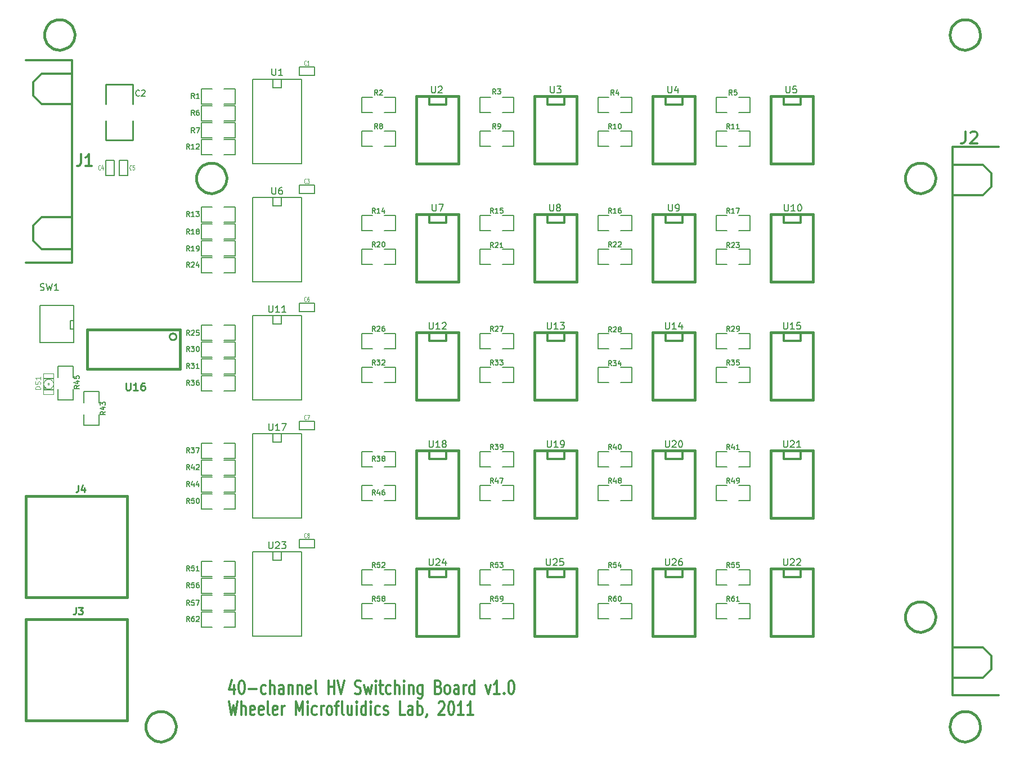
<source format=gto>
G04 (created by PCBNEW-RS274X (2011-04-29 BZR 2986)-stable) date 8/1/2011 4:56:54 PM*
G01*
G70*
G90*
%MOIN*%
G04 Gerber Fmt 3.4, Leading zero omitted, Abs format*
%FSLAX34Y34*%
G04 APERTURE LIST*
%ADD10C,0.006000*%
%ADD11C,0.012000*%
%ADD12C,0.015000*%
%ADD13C,0.005000*%
%ADD14C,0.002600*%
%ADD15C,0.004000*%
%ADD16C,0.010000*%
%ADD17C,0.004500*%
%ADD18C,0.003500*%
%ADD19C,0.008000*%
%ADD20C,0.011300*%
G04 APERTURE END LIST*
G54D10*
G54D11*
X17344Y-45540D02*
X17344Y-46074D01*
X17201Y-45236D02*
X17058Y-45807D01*
X17430Y-45807D01*
X17772Y-45274D02*
X17829Y-45274D01*
X17886Y-45312D01*
X17915Y-45350D01*
X17944Y-45426D01*
X17972Y-45579D01*
X17972Y-45769D01*
X17944Y-45921D01*
X17915Y-45998D01*
X17886Y-46036D01*
X17829Y-46074D01*
X17772Y-46074D01*
X17715Y-46036D01*
X17686Y-45998D01*
X17658Y-45921D01*
X17629Y-45769D01*
X17629Y-45579D01*
X17658Y-45426D01*
X17686Y-45350D01*
X17715Y-45312D01*
X17772Y-45274D01*
X18229Y-45769D02*
X18686Y-45769D01*
X19229Y-46036D02*
X19172Y-46074D01*
X19058Y-46074D01*
X19000Y-46036D01*
X18972Y-45998D01*
X18943Y-45921D01*
X18943Y-45693D01*
X18972Y-45617D01*
X19000Y-45579D01*
X19058Y-45540D01*
X19172Y-45540D01*
X19229Y-45579D01*
X19486Y-46074D02*
X19486Y-45274D01*
X19743Y-46074D02*
X19743Y-45655D01*
X19714Y-45579D01*
X19657Y-45540D01*
X19572Y-45540D01*
X19514Y-45579D01*
X19486Y-45617D01*
X20286Y-46074D02*
X20286Y-45655D01*
X20257Y-45579D01*
X20200Y-45540D01*
X20086Y-45540D01*
X20029Y-45579D01*
X20286Y-46036D02*
X20229Y-46074D01*
X20086Y-46074D01*
X20029Y-46036D01*
X20000Y-45960D01*
X20000Y-45883D01*
X20029Y-45807D01*
X20086Y-45769D01*
X20229Y-45769D01*
X20286Y-45731D01*
X20572Y-45540D02*
X20572Y-46074D01*
X20572Y-45617D02*
X20600Y-45579D01*
X20658Y-45540D01*
X20743Y-45540D01*
X20800Y-45579D01*
X20829Y-45655D01*
X20829Y-46074D01*
X21115Y-45540D02*
X21115Y-46074D01*
X21115Y-45617D02*
X21143Y-45579D01*
X21201Y-45540D01*
X21286Y-45540D01*
X21343Y-45579D01*
X21372Y-45655D01*
X21372Y-46074D01*
X21886Y-46036D02*
X21829Y-46074D01*
X21715Y-46074D01*
X21658Y-46036D01*
X21629Y-45960D01*
X21629Y-45655D01*
X21658Y-45579D01*
X21715Y-45540D01*
X21829Y-45540D01*
X21886Y-45579D01*
X21915Y-45655D01*
X21915Y-45731D01*
X21629Y-45807D01*
X22258Y-46074D02*
X22200Y-46036D01*
X22172Y-45960D01*
X22172Y-45274D01*
X22943Y-46074D02*
X22943Y-45274D01*
X22943Y-45655D02*
X23286Y-45655D01*
X23286Y-46074D02*
X23286Y-45274D01*
X23486Y-45274D02*
X23686Y-46074D01*
X23886Y-45274D01*
X24514Y-46036D02*
X24600Y-46074D01*
X24743Y-46074D01*
X24800Y-46036D01*
X24829Y-45998D01*
X24857Y-45921D01*
X24857Y-45845D01*
X24829Y-45769D01*
X24800Y-45731D01*
X24743Y-45693D01*
X24629Y-45655D01*
X24571Y-45617D01*
X24543Y-45579D01*
X24514Y-45502D01*
X24514Y-45426D01*
X24543Y-45350D01*
X24571Y-45312D01*
X24629Y-45274D01*
X24771Y-45274D01*
X24857Y-45312D01*
X25057Y-45540D02*
X25171Y-46074D01*
X25285Y-45693D01*
X25400Y-46074D01*
X25514Y-45540D01*
X25743Y-46074D02*
X25743Y-45540D01*
X25743Y-45274D02*
X25714Y-45312D01*
X25743Y-45350D01*
X25771Y-45312D01*
X25743Y-45274D01*
X25743Y-45350D01*
X25943Y-45540D02*
X26172Y-45540D01*
X26029Y-45274D02*
X26029Y-45960D01*
X26057Y-46036D01*
X26115Y-46074D01*
X26172Y-46074D01*
X26629Y-46036D02*
X26572Y-46074D01*
X26458Y-46074D01*
X26400Y-46036D01*
X26372Y-45998D01*
X26343Y-45921D01*
X26343Y-45693D01*
X26372Y-45617D01*
X26400Y-45579D01*
X26458Y-45540D01*
X26572Y-45540D01*
X26629Y-45579D01*
X26886Y-46074D02*
X26886Y-45274D01*
X27143Y-46074D02*
X27143Y-45655D01*
X27114Y-45579D01*
X27057Y-45540D01*
X26972Y-45540D01*
X26914Y-45579D01*
X26886Y-45617D01*
X27429Y-46074D02*
X27429Y-45540D01*
X27429Y-45274D02*
X27400Y-45312D01*
X27429Y-45350D01*
X27457Y-45312D01*
X27429Y-45274D01*
X27429Y-45350D01*
X27715Y-45540D02*
X27715Y-46074D01*
X27715Y-45617D02*
X27743Y-45579D01*
X27801Y-45540D01*
X27886Y-45540D01*
X27943Y-45579D01*
X27972Y-45655D01*
X27972Y-46074D01*
X28515Y-45540D02*
X28515Y-46188D01*
X28486Y-46264D01*
X28458Y-46302D01*
X28401Y-46340D01*
X28315Y-46340D01*
X28258Y-46302D01*
X28515Y-46036D02*
X28458Y-46074D01*
X28344Y-46074D01*
X28286Y-46036D01*
X28258Y-45998D01*
X28229Y-45921D01*
X28229Y-45693D01*
X28258Y-45617D01*
X28286Y-45579D01*
X28344Y-45540D01*
X28458Y-45540D01*
X28515Y-45579D01*
X29458Y-45655D02*
X29544Y-45693D01*
X29572Y-45731D01*
X29601Y-45807D01*
X29601Y-45921D01*
X29572Y-45998D01*
X29544Y-46036D01*
X29486Y-46074D01*
X29258Y-46074D01*
X29258Y-45274D01*
X29458Y-45274D01*
X29515Y-45312D01*
X29544Y-45350D01*
X29572Y-45426D01*
X29572Y-45502D01*
X29544Y-45579D01*
X29515Y-45617D01*
X29458Y-45655D01*
X29258Y-45655D01*
X29944Y-46074D02*
X29886Y-46036D01*
X29858Y-45998D01*
X29829Y-45921D01*
X29829Y-45693D01*
X29858Y-45617D01*
X29886Y-45579D01*
X29944Y-45540D01*
X30029Y-45540D01*
X30086Y-45579D01*
X30115Y-45617D01*
X30144Y-45693D01*
X30144Y-45921D01*
X30115Y-45998D01*
X30086Y-46036D01*
X30029Y-46074D01*
X29944Y-46074D01*
X30658Y-46074D02*
X30658Y-45655D01*
X30629Y-45579D01*
X30572Y-45540D01*
X30458Y-45540D01*
X30401Y-45579D01*
X30658Y-46036D02*
X30601Y-46074D01*
X30458Y-46074D01*
X30401Y-46036D01*
X30372Y-45960D01*
X30372Y-45883D01*
X30401Y-45807D01*
X30458Y-45769D01*
X30601Y-45769D01*
X30658Y-45731D01*
X30944Y-46074D02*
X30944Y-45540D01*
X30944Y-45693D02*
X30972Y-45617D01*
X31001Y-45579D01*
X31058Y-45540D01*
X31115Y-45540D01*
X31572Y-46074D02*
X31572Y-45274D01*
X31572Y-46036D02*
X31515Y-46074D01*
X31401Y-46074D01*
X31343Y-46036D01*
X31315Y-45998D01*
X31286Y-45921D01*
X31286Y-45693D01*
X31315Y-45617D01*
X31343Y-45579D01*
X31401Y-45540D01*
X31515Y-45540D01*
X31572Y-45579D01*
X32258Y-45540D02*
X32401Y-46074D01*
X32543Y-45540D01*
X33086Y-46074D02*
X32743Y-46074D01*
X32915Y-46074D02*
X32915Y-45274D01*
X32858Y-45388D01*
X32800Y-45464D01*
X32743Y-45502D01*
X33343Y-45998D02*
X33371Y-46036D01*
X33343Y-46074D01*
X33314Y-46036D01*
X33343Y-45998D01*
X33343Y-46074D01*
X33743Y-45274D02*
X33800Y-45274D01*
X33857Y-45312D01*
X33886Y-45350D01*
X33915Y-45426D01*
X33943Y-45579D01*
X33943Y-45769D01*
X33915Y-45921D01*
X33886Y-45998D01*
X33857Y-46036D01*
X33800Y-46074D01*
X33743Y-46074D01*
X33686Y-46036D01*
X33657Y-45998D01*
X33629Y-45921D01*
X33600Y-45769D01*
X33600Y-45579D01*
X33629Y-45426D01*
X33657Y-45350D01*
X33686Y-45312D01*
X33743Y-45274D01*
X17044Y-46524D02*
X17187Y-47324D01*
X17301Y-46752D01*
X17415Y-47324D01*
X17558Y-46524D01*
X17787Y-47324D02*
X17787Y-46524D01*
X18044Y-47324D02*
X18044Y-46905D01*
X18015Y-46829D01*
X17958Y-46790D01*
X17873Y-46790D01*
X17815Y-46829D01*
X17787Y-46867D01*
X18558Y-47286D02*
X18501Y-47324D01*
X18387Y-47324D01*
X18330Y-47286D01*
X18301Y-47210D01*
X18301Y-46905D01*
X18330Y-46829D01*
X18387Y-46790D01*
X18501Y-46790D01*
X18558Y-46829D01*
X18587Y-46905D01*
X18587Y-46981D01*
X18301Y-47057D01*
X19072Y-47286D02*
X19015Y-47324D01*
X18901Y-47324D01*
X18844Y-47286D01*
X18815Y-47210D01*
X18815Y-46905D01*
X18844Y-46829D01*
X18901Y-46790D01*
X19015Y-46790D01*
X19072Y-46829D01*
X19101Y-46905D01*
X19101Y-46981D01*
X18815Y-47057D01*
X19444Y-47324D02*
X19386Y-47286D01*
X19358Y-47210D01*
X19358Y-46524D01*
X19900Y-47286D02*
X19843Y-47324D01*
X19729Y-47324D01*
X19672Y-47286D01*
X19643Y-47210D01*
X19643Y-46905D01*
X19672Y-46829D01*
X19729Y-46790D01*
X19843Y-46790D01*
X19900Y-46829D01*
X19929Y-46905D01*
X19929Y-46981D01*
X19643Y-47057D01*
X20186Y-47324D02*
X20186Y-46790D01*
X20186Y-46943D02*
X20214Y-46867D01*
X20243Y-46829D01*
X20300Y-46790D01*
X20357Y-46790D01*
X21014Y-47324D02*
X21014Y-46524D01*
X21214Y-47095D01*
X21414Y-46524D01*
X21414Y-47324D01*
X21700Y-47324D02*
X21700Y-46790D01*
X21700Y-46524D02*
X21671Y-46562D01*
X21700Y-46600D01*
X21728Y-46562D01*
X21700Y-46524D01*
X21700Y-46600D01*
X22243Y-47286D02*
X22186Y-47324D01*
X22072Y-47324D01*
X22014Y-47286D01*
X21986Y-47248D01*
X21957Y-47171D01*
X21957Y-46943D01*
X21986Y-46867D01*
X22014Y-46829D01*
X22072Y-46790D01*
X22186Y-46790D01*
X22243Y-46829D01*
X22500Y-47324D02*
X22500Y-46790D01*
X22500Y-46943D02*
X22528Y-46867D01*
X22557Y-46829D01*
X22614Y-46790D01*
X22671Y-46790D01*
X22957Y-47324D02*
X22899Y-47286D01*
X22871Y-47248D01*
X22842Y-47171D01*
X22842Y-46943D01*
X22871Y-46867D01*
X22899Y-46829D01*
X22957Y-46790D01*
X23042Y-46790D01*
X23099Y-46829D01*
X23128Y-46867D01*
X23157Y-46943D01*
X23157Y-47171D01*
X23128Y-47248D01*
X23099Y-47286D01*
X23042Y-47324D01*
X22957Y-47324D01*
X23328Y-46790D02*
X23557Y-46790D01*
X23414Y-47324D02*
X23414Y-46638D01*
X23442Y-46562D01*
X23500Y-46524D01*
X23557Y-46524D01*
X23843Y-47324D02*
X23785Y-47286D01*
X23757Y-47210D01*
X23757Y-46524D01*
X24328Y-46790D02*
X24328Y-47324D01*
X24071Y-46790D02*
X24071Y-47210D01*
X24099Y-47286D01*
X24157Y-47324D01*
X24242Y-47324D01*
X24299Y-47286D01*
X24328Y-47248D01*
X24614Y-47324D02*
X24614Y-46790D01*
X24614Y-46524D02*
X24585Y-46562D01*
X24614Y-46600D01*
X24642Y-46562D01*
X24614Y-46524D01*
X24614Y-46600D01*
X25157Y-47324D02*
X25157Y-46524D01*
X25157Y-47286D02*
X25100Y-47324D01*
X24986Y-47324D01*
X24928Y-47286D01*
X24900Y-47248D01*
X24871Y-47171D01*
X24871Y-46943D01*
X24900Y-46867D01*
X24928Y-46829D01*
X24986Y-46790D01*
X25100Y-46790D01*
X25157Y-46829D01*
X25443Y-47324D02*
X25443Y-46790D01*
X25443Y-46524D02*
X25414Y-46562D01*
X25443Y-46600D01*
X25471Y-46562D01*
X25443Y-46524D01*
X25443Y-46600D01*
X25986Y-47286D02*
X25929Y-47324D01*
X25815Y-47324D01*
X25757Y-47286D01*
X25729Y-47248D01*
X25700Y-47171D01*
X25700Y-46943D01*
X25729Y-46867D01*
X25757Y-46829D01*
X25815Y-46790D01*
X25929Y-46790D01*
X25986Y-46829D01*
X26214Y-47286D02*
X26271Y-47324D01*
X26386Y-47324D01*
X26443Y-47286D01*
X26471Y-47210D01*
X26471Y-47171D01*
X26443Y-47095D01*
X26386Y-47057D01*
X26300Y-47057D01*
X26243Y-47019D01*
X26214Y-46943D01*
X26214Y-46905D01*
X26243Y-46829D01*
X26300Y-46790D01*
X26386Y-46790D01*
X26443Y-46829D01*
X27472Y-47324D02*
X27186Y-47324D01*
X27186Y-46524D01*
X27929Y-47324D02*
X27929Y-46905D01*
X27900Y-46829D01*
X27843Y-46790D01*
X27729Y-46790D01*
X27672Y-46829D01*
X27929Y-47286D02*
X27872Y-47324D01*
X27729Y-47324D01*
X27672Y-47286D01*
X27643Y-47210D01*
X27643Y-47133D01*
X27672Y-47057D01*
X27729Y-47019D01*
X27872Y-47019D01*
X27929Y-46981D01*
X28215Y-47324D02*
X28215Y-46524D01*
X28215Y-46829D02*
X28272Y-46790D01*
X28386Y-46790D01*
X28443Y-46829D01*
X28472Y-46867D01*
X28501Y-46943D01*
X28501Y-47171D01*
X28472Y-47248D01*
X28443Y-47286D01*
X28386Y-47324D01*
X28272Y-47324D01*
X28215Y-47286D01*
X28786Y-47286D02*
X28786Y-47324D01*
X28758Y-47400D01*
X28729Y-47438D01*
X29472Y-46600D02*
X29501Y-46562D01*
X29558Y-46524D01*
X29701Y-46524D01*
X29758Y-46562D01*
X29787Y-46600D01*
X29815Y-46676D01*
X29815Y-46752D01*
X29787Y-46867D01*
X29444Y-47324D01*
X29815Y-47324D01*
X30186Y-46524D02*
X30243Y-46524D01*
X30300Y-46562D01*
X30329Y-46600D01*
X30358Y-46676D01*
X30386Y-46829D01*
X30386Y-47019D01*
X30358Y-47171D01*
X30329Y-47248D01*
X30300Y-47286D01*
X30243Y-47324D01*
X30186Y-47324D01*
X30129Y-47286D01*
X30100Y-47248D01*
X30072Y-47171D01*
X30043Y-47019D01*
X30043Y-46829D01*
X30072Y-46676D01*
X30100Y-46600D01*
X30129Y-46562D01*
X30186Y-46524D01*
X30957Y-47324D02*
X30614Y-47324D01*
X30786Y-47324D02*
X30786Y-46524D01*
X30729Y-46638D01*
X30671Y-46714D01*
X30614Y-46752D01*
X31528Y-47324D02*
X31185Y-47324D01*
X31357Y-47324D02*
X31357Y-46524D01*
X31300Y-46638D01*
X31242Y-46714D01*
X31185Y-46752D01*
X61700Y-43300D02*
X62200Y-43800D01*
X62200Y-43800D02*
X62200Y-44600D01*
X62200Y-44600D02*
X61700Y-45100D01*
X61700Y-14700D02*
X62200Y-15200D01*
X62200Y-15200D02*
X62200Y-16000D01*
X62200Y-16000D02*
X61700Y-16500D01*
X59900Y-13650D02*
X59900Y-46150D01*
X59900Y-46150D02*
X62650Y-46150D01*
X62650Y-13650D02*
X59900Y-13650D01*
X59900Y-43300D02*
X61700Y-43300D01*
X61700Y-45100D02*
X59900Y-45100D01*
X59900Y-14700D02*
X61700Y-14700D01*
X61700Y-16500D02*
X59900Y-16500D01*
G54D12*
X58900Y-41500D02*
X58882Y-41674D01*
X58832Y-41842D01*
X58749Y-41998D01*
X58638Y-42134D01*
X58503Y-42246D01*
X58348Y-42329D01*
X58180Y-42381D01*
X58006Y-42399D01*
X57832Y-42384D01*
X57663Y-42334D01*
X57508Y-42253D01*
X57371Y-42143D01*
X57258Y-42008D01*
X57173Y-41854D01*
X57120Y-41687D01*
X57101Y-41512D01*
X57115Y-41338D01*
X57164Y-41169D01*
X57244Y-41013D01*
X57353Y-40875D01*
X57487Y-40761D01*
X57640Y-40676D01*
X57807Y-40621D01*
X57982Y-40601D01*
X58156Y-40614D01*
X58325Y-40661D01*
X58482Y-40741D01*
X58620Y-40849D01*
X58735Y-40982D01*
X58822Y-41134D01*
X58877Y-41301D01*
X58899Y-41475D01*
X58900Y-41500D01*
X11000Y-40350D02*
X11000Y-34350D01*
X11000Y-34350D02*
X05000Y-34350D01*
X05000Y-34350D02*
X05000Y-40350D01*
X05000Y-40350D02*
X11000Y-40350D01*
G54D11*
X07750Y-11100D02*
X05950Y-11100D01*
X05950Y-11100D02*
X05450Y-10600D01*
X05450Y-10600D02*
X05450Y-09800D01*
X05450Y-09800D02*
X05950Y-09300D01*
X05950Y-09300D02*
X07750Y-09300D01*
X07750Y-19700D02*
X05950Y-19700D01*
X05950Y-19700D02*
X05450Y-19200D01*
X05450Y-19200D02*
X05450Y-18300D01*
X05450Y-18300D02*
X05950Y-17800D01*
X05950Y-17800D02*
X07750Y-17800D01*
X07750Y-20500D02*
X05000Y-20500D01*
X07750Y-20500D02*
X07750Y-08500D01*
X07750Y-08500D02*
X05000Y-08500D01*
G54D12*
X16900Y-15500D02*
X16882Y-15674D01*
X16832Y-15842D01*
X16749Y-15998D01*
X16638Y-16134D01*
X16503Y-16246D01*
X16348Y-16329D01*
X16180Y-16381D01*
X16006Y-16399D01*
X15832Y-16384D01*
X15663Y-16334D01*
X15508Y-16253D01*
X15371Y-16143D01*
X15258Y-16008D01*
X15173Y-15854D01*
X15120Y-15687D01*
X15101Y-15512D01*
X15115Y-15338D01*
X15164Y-15169D01*
X15244Y-15013D01*
X15353Y-14875D01*
X15487Y-14761D01*
X15640Y-14676D01*
X15807Y-14621D01*
X15982Y-14601D01*
X16156Y-14614D01*
X16325Y-14661D01*
X16482Y-14741D01*
X16620Y-14849D01*
X16735Y-14982D01*
X16822Y-15134D01*
X16877Y-15301D01*
X16899Y-15475D01*
X16900Y-15500D01*
X58900Y-15500D02*
X58882Y-15674D01*
X58832Y-15842D01*
X58749Y-15998D01*
X58638Y-16134D01*
X58503Y-16246D01*
X58348Y-16329D01*
X58180Y-16381D01*
X58006Y-16399D01*
X57832Y-16384D01*
X57663Y-16334D01*
X57508Y-16253D01*
X57371Y-16143D01*
X57258Y-16008D01*
X57173Y-15854D01*
X57120Y-15687D01*
X57101Y-15512D01*
X57115Y-15338D01*
X57164Y-15169D01*
X57244Y-15013D01*
X57353Y-14875D01*
X57487Y-14761D01*
X57640Y-14676D01*
X57807Y-14621D01*
X57982Y-14601D01*
X58156Y-14614D01*
X58325Y-14661D01*
X58482Y-14741D01*
X58620Y-14849D01*
X58735Y-14982D01*
X58822Y-15134D01*
X58877Y-15301D01*
X58899Y-15475D01*
X58900Y-15500D01*
X13900Y-48000D02*
X13882Y-48174D01*
X13832Y-48342D01*
X13749Y-48498D01*
X13638Y-48634D01*
X13503Y-48746D01*
X13348Y-48829D01*
X13180Y-48881D01*
X13006Y-48899D01*
X12832Y-48884D01*
X12663Y-48834D01*
X12508Y-48753D01*
X12371Y-48643D01*
X12258Y-48508D01*
X12173Y-48354D01*
X12120Y-48187D01*
X12101Y-48012D01*
X12115Y-47838D01*
X12164Y-47669D01*
X12244Y-47513D01*
X12353Y-47375D01*
X12487Y-47261D01*
X12640Y-47176D01*
X12807Y-47121D01*
X12982Y-47101D01*
X13156Y-47114D01*
X13325Y-47161D01*
X13482Y-47241D01*
X13620Y-47349D01*
X13735Y-47482D01*
X13822Y-47634D01*
X13877Y-47801D01*
X13899Y-47975D01*
X13900Y-48000D01*
X61550Y-48000D02*
X61532Y-48174D01*
X61482Y-48342D01*
X61399Y-48498D01*
X61288Y-48634D01*
X61153Y-48746D01*
X60998Y-48829D01*
X60830Y-48881D01*
X60656Y-48899D01*
X60482Y-48884D01*
X60313Y-48834D01*
X60158Y-48753D01*
X60021Y-48643D01*
X59908Y-48508D01*
X59823Y-48354D01*
X59770Y-48187D01*
X59751Y-48012D01*
X59765Y-47838D01*
X59814Y-47669D01*
X59894Y-47513D01*
X60003Y-47375D01*
X60137Y-47261D01*
X60290Y-47176D01*
X60457Y-47121D01*
X60632Y-47101D01*
X60806Y-47114D01*
X60975Y-47161D01*
X61132Y-47241D01*
X61270Y-47349D01*
X61385Y-47482D01*
X61472Y-47634D01*
X61527Y-47801D01*
X61549Y-47975D01*
X61550Y-48000D01*
X07900Y-07000D02*
X07882Y-07174D01*
X07832Y-07342D01*
X07749Y-07498D01*
X07638Y-07634D01*
X07503Y-07746D01*
X07348Y-07829D01*
X07180Y-07881D01*
X07006Y-07899D01*
X06832Y-07884D01*
X06663Y-07834D01*
X06508Y-07753D01*
X06371Y-07643D01*
X06258Y-07508D01*
X06173Y-07354D01*
X06120Y-07187D01*
X06101Y-07012D01*
X06115Y-06838D01*
X06164Y-06669D01*
X06244Y-06513D01*
X06353Y-06375D01*
X06487Y-06261D01*
X06640Y-06176D01*
X06807Y-06121D01*
X06982Y-06101D01*
X07156Y-06114D01*
X07325Y-06161D01*
X07482Y-06241D01*
X07620Y-06349D01*
X07735Y-06482D01*
X07822Y-06634D01*
X07877Y-06801D01*
X07899Y-06975D01*
X07900Y-07000D01*
G54D13*
X15400Y-40200D02*
X15400Y-41100D01*
X15400Y-41100D02*
X16050Y-41100D01*
X16750Y-40200D02*
X17400Y-40200D01*
X17400Y-40200D02*
X17400Y-41100D01*
X17400Y-41100D02*
X16750Y-41100D01*
X16050Y-40200D02*
X15400Y-40200D01*
X33900Y-39600D02*
X33900Y-38700D01*
X33900Y-38700D02*
X33250Y-38700D01*
X32550Y-39600D02*
X31900Y-39600D01*
X31900Y-39600D02*
X31900Y-38700D01*
X31900Y-38700D02*
X32550Y-38700D01*
X33250Y-39600D02*
X33900Y-39600D01*
X15400Y-39200D02*
X15400Y-40100D01*
X15400Y-40100D02*
X16050Y-40100D01*
X16750Y-39200D02*
X17400Y-39200D01*
X17400Y-39200D02*
X17400Y-40100D01*
X17400Y-40100D02*
X16750Y-40100D01*
X16050Y-39200D02*
X15400Y-39200D01*
X15400Y-41200D02*
X15400Y-42100D01*
X15400Y-42100D02*
X16050Y-42100D01*
X16750Y-41200D02*
X17400Y-41200D01*
X17400Y-41200D02*
X17400Y-42100D01*
X17400Y-42100D02*
X16750Y-42100D01*
X16050Y-41200D02*
X15400Y-41200D01*
X47900Y-41600D02*
X47900Y-40700D01*
X47900Y-40700D02*
X47250Y-40700D01*
X46550Y-41600D02*
X45900Y-41600D01*
X45900Y-41600D02*
X45900Y-40700D01*
X45900Y-40700D02*
X46550Y-40700D01*
X47250Y-41600D02*
X47900Y-41600D01*
X33900Y-32600D02*
X33900Y-31700D01*
X33900Y-31700D02*
X33250Y-31700D01*
X32550Y-32600D02*
X31900Y-32600D01*
X31900Y-32600D02*
X31900Y-31700D01*
X31900Y-31700D02*
X32550Y-31700D01*
X33250Y-32600D02*
X33900Y-32600D01*
X40900Y-32600D02*
X40900Y-31700D01*
X40900Y-31700D02*
X40250Y-31700D01*
X39550Y-32600D02*
X38900Y-32600D01*
X38900Y-32600D02*
X38900Y-31700D01*
X38900Y-31700D02*
X39550Y-31700D01*
X40250Y-32600D02*
X40900Y-32600D01*
X47900Y-34600D02*
X47900Y-33700D01*
X47900Y-33700D02*
X47250Y-33700D01*
X46550Y-34600D02*
X45900Y-34600D01*
X45900Y-34600D02*
X45900Y-33700D01*
X45900Y-33700D02*
X46550Y-33700D01*
X47250Y-34600D02*
X47900Y-34600D01*
X33900Y-41600D02*
X33900Y-40700D01*
X33900Y-40700D02*
X33250Y-40700D01*
X32550Y-41600D02*
X31900Y-41600D01*
X31900Y-41600D02*
X31900Y-40700D01*
X31900Y-40700D02*
X32550Y-40700D01*
X33250Y-41600D02*
X33900Y-41600D01*
X47900Y-39600D02*
X47900Y-38700D01*
X47900Y-38700D02*
X47250Y-38700D01*
X46550Y-39600D02*
X45900Y-39600D01*
X45900Y-39600D02*
X45900Y-38700D01*
X45900Y-38700D02*
X46550Y-38700D01*
X47250Y-39600D02*
X47900Y-39600D01*
X40900Y-39600D02*
X40900Y-38700D01*
X40900Y-38700D02*
X40250Y-38700D01*
X39550Y-39600D02*
X38900Y-39600D01*
X38900Y-39600D02*
X38900Y-38700D01*
X38900Y-38700D02*
X39550Y-38700D01*
X40250Y-39600D02*
X40900Y-39600D01*
X26900Y-41600D02*
X26900Y-40700D01*
X26900Y-40700D02*
X26250Y-40700D01*
X25550Y-41600D02*
X24900Y-41600D01*
X24900Y-41600D02*
X24900Y-40700D01*
X24900Y-40700D02*
X25550Y-40700D01*
X26250Y-41600D02*
X26900Y-41600D01*
X40900Y-41600D02*
X40900Y-40700D01*
X40900Y-40700D02*
X40250Y-40700D01*
X39550Y-41600D02*
X38900Y-41600D01*
X38900Y-41600D02*
X38900Y-40700D01*
X38900Y-40700D02*
X39550Y-40700D01*
X40250Y-41600D02*
X40900Y-41600D01*
X15400Y-25200D02*
X15400Y-26100D01*
X15400Y-26100D02*
X16050Y-26100D01*
X16750Y-25200D02*
X17400Y-25200D01*
X17400Y-25200D02*
X17400Y-26100D01*
X17400Y-26100D02*
X16750Y-26100D01*
X16050Y-25200D02*
X15400Y-25200D01*
X15400Y-26200D02*
X15400Y-27100D01*
X15400Y-27100D02*
X16050Y-27100D01*
X16750Y-26200D02*
X17400Y-26200D01*
X17400Y-26200D02*
X17400Y-27100D01*
X17400Y-27100D02*
X16750Y-27100D01*
X16050Y-26200D02*
X15400Y-26200D01*
X47900Y-27600D02*
X47900Y-26700D01*
X47900Y-26700D02*
X47250Y-26700D01*
X46550Y-27600D02*
X45900Y-27600D01*
X45900Y-27600D02*
X45900Y-26700D01*
X45900Y-26700D02*
X46550Y-26700D01*
X47250Y-27600D02*
X47900Y-27600D01*
X15400Y-24200D02*
X15400Y-25100D01*
X15400Y-25100D02*
X16050Y-25100D01*
X16750Y-24200D02*
X17400Y-24200D01*
X17400Y-24200D02*
X17400Y-25100D01*
X17400Y-25100D02*
X16750Y-25100D01*
X16050Y-24200D02*
X15400Y-24200D01*
X40900Y-18600D02*
X40900Y-17700D01*
X40900Y-17700D02*
X40250Y-17700D01*
X39550Y-18600D02*
X38900Y-18600D01*
X38900Y-18600D02*
X38900Y-17700D01*
X38900Y-17700D02*
X39550Y-17700D01*
X40250Y-18600D02*
X40900Y-18600D01*
X33900Y-18600D02*
X33900Y-17700D01*
X33900Y-17700D02*
X33250Y-17700D01*
X32550Y-18600D02*
X31900Y-18600D01*
X31900Y-18600D02*
X31900Y-17700D01*
X31900Y-17700D02*
X32550Y-17700D01*
X33250Y-18600D02*
X33900Y-18600D01*
X15400Y-17200D02*
X15400Y-18100D01*
X15400Y-18100D02*
X16050Y-18100D01*
X16750Y-17200D02*
X17400Y-17200D01*
X17400Y-17200D02*
X17400Y-18100D01*
X17400Y-18100D02*
X16750Y-18100D01*
X16050Y-17200D02*
X15400Y-17200D01*
X26900Y-18600D02*
X26900Y-17700D01*
X26900Y-17700D02*
X26250Y-17700D01*
X25550Y-18600D02*
X24900Y-18600D01*
X24900Y-18600D02*
X24900Y-17700D01*
X24900Y-17700D02*
X25550Y-17700D01*
X26250Y-18600D02*
X26900Y-18600D01*
X26900Y-13600D02*
X26900Y-12700D01*
X26900Y-12700D02*
X26250Y-12700D01*
X25550Y-13600D02*
X24900Y-13600D01*
X24900Y-13600D02*
X24900Y-12700D01*
X24900Y-12700D02*
X25550Y-12700D01*
X26250Y-13600D02*
X26900Y-13600D01*
X47900Y-11600D02*
X47900Y-10700D01*
X47900Y-10700D02*
X47250Y-10700D01*
X46550Y-11600D02*
X45900Y-11600D01*
X45900Y-11600D02*
X45900Y-10700D01*
X45900Y-10700D02*
X46550Y-10700D01*
X47250Y-11600D02*
X47900Y-11600D01*
X33900Y-13600D02*
X33900Y-12700D01*
X33900Y-12700D02*
X33250Y-12700D01*
X32550Y-13600D02*
X31900Y-13600D01*
X31900Y-13600D02*
X31900Y-12700D01*
X31900Y-12700D02*
X32550Y-12700D01*
X33250Y-13600D02*
X33900Y-13600D01*
X15400Y-13200D02*
X15400Y-14100D01*
X15400Y-14100D02*
X16050Y-14100D01*
X16750Y-13200D02*
X17400Y-13200D01*
X17400Y-13200D02*
X17400Y-14100D01*
X17400Y-14100D02*
X16750Y-14100D01*
X16050Y-13200D02*
X15400Y-13200D01*
X33900Y-20600D02*
X33900Y-19700D01*
X33900Y-19700D02*
X33250Y-19700D01*
X32550Y-20600D02*
X31900Y-20600D01*
X31900Y-20600D02*
X31900Y-19700D01*
X31900Y-19700D02*
X32550Y-19700D01*
X33250Y-20600D02*
X33900Y-20600D01*
X40900Y-20600D02*
X40900Y-19700D01*
X40900Y-19700D02*
X40250Y-19700D01*
X39550Y-20600D02*
X38900Y-20600D01*
X38900Y-20600D02*
X38900Y-19700D01*
X38900Y-19700D02*
X39550Y-19700D01*
X40250Y-20600D02*
X40900Y-20600D01*
X26900Y-25600D02*
X26900Y-24700D01*
X26900Y-24700D02*
X26250Y-24700D01*
X25550Y-25600D02*
X24900Y-25600D01*
X24900Y-25600D02*
X24900Y-24700D01*
X24900Y-24700D02*
X25550Y-24700D01*
X26250Y-25600D02*
X26900Y-25600D01*
X40900Y-25600D02*
X40900Y-24700D01*
X40900Y-24700D02*
X40250Y-24700D01*
X39550Y-25600D02*
X38900Y-25600D01*
X38900Y-25600D02*
X38900Y-24700D01*
X38900Y-24700D02*
X39550Y-24700D01*
X40250Y-25600D02*
X40900Y-25600D01*
X15400Y-20200D02*
X15400Y-21100D01*
X15400Y-21100D02*
X16050Y-21100D01*
X16750Y-20200D02*
X17400Y-20200D01*
X17400Y-20200D02*
X17400Y-21100D01*
X17400Y-21100D02*
X16750Y-21100D01*
X16050Y-20200D02*
X15400Y-20200D01*
X47900Y-20600D02*
X47900Y-19700D01*
X47900Y-19700D02*
X47250Y-19700D01*
X46550Y-20600D02*
X45900Y-20600D01*
X45900Y-20600D02*
X45900Y-19700D01*
X45900Y-19700D02*
X46550Y-19700D01*
X47250Y-20600D02*
X47900Y-20600D01*
X33900Y-25600D02*
X33900Y-24700D01*
X33900Y-24700D02*
X33250Y-24700D01*
X32550Y-25600D02*
X31900Y-25600D01*
X31900Y-25600D02*
X31900Y-24700D01*
X31900Y-24700D02*
X32550Y-24700D01*
X33250Y-25600D02*
X33900Y-25600D01*
X26900Y-20600D02*
X26900Y-19700D01*
X26900Y-19700D02*
X26250Y-19700D01*
X25550Y-20600D02*
X24900Y-20600D01*
X24900Y-20600D02*
X24900Y-19700D01*
X24900Y-19700D02*
X25550Y-19700D01*
X26250Y-20600D02*
X26900Y-20600D01*
X15400Y-18200D02*
X15400Y-19100D01*
X15400Y-19100D02*
X16050Y-19100D01*
X16750Y-18200D02*
X17400Y-18200D01*
X17400Y-18200D02*
X17400Y-19100D01*
X17400Y-19100D02*
X16750Y-19100D01*
X16050Y-18200D02*
X15400Y-18200D01*
X47900Y-18600D02*
X47900Y-17700D01*
X47900Y-17700D02*
X47250Y-17700D01*
X46550Y-18600D02*
X45900Y-18600D01*
X45900Y-18600D02*
X45900Y-17700D01*
X45900Y-17700D02*
X46550Y-17700D01*
X47250Y-18600D02*
X47900Y-18600D01*
X15400Y-19200D02*
X15400Y-20100D01*
X15400Y-20100D02*
X16050Y-20100D01*
X16750Y-19200D02*
X17400Y-19200D01*
X17400Y-19200D02*
X17400Y-20100D01*
X17400Y-20100D02*
X16750Y-20100D01*
X16050Y-19200D02*
X15400Y-19200D01*
X40900Y-13600D02*
X40900Y-12700D01*
X40900Y-12700D02*
X40250Y-12700D01*
X39550Y-13600D02*
X38900Y-13600D01*
X38900Y-13600D02*
X38900Y-12700D01*
X38900Y-12700D02*
X39550Y-12700D01*
X40250Y-13600D02*
X40900Y-13600D01*
X15400Y-11200D02*
X15400Y-12100D01*
X15400Y-12100D02*
X16050Y-12100D01*
X16750Y-11200D02*
X17400Y-11200D01*
X17400Y-11200D02*
X17400Y-12100D01*
X17400Y-12100D02*
X16750Y-12100D01*
X16050Y-11200D02*
X15400Y-11200D01*
X15400Y-12200D02*
X15400Y-13100D01*
X15400Y-13100D02*
X16050Y-13100D01*
X16750Y-12200D02*
X17400Y-12200D01*
X17400Y-12200D02*
X17400Y-13100D01*
X17400Y-13100D02*
X16750Y-13100D01*
X16050Y-12200D02*
X15400Y-12200D01*
X47900Y-13600D02*
X47900Y-12700D01*
X47900Y-12700D02*
X47250Y-12700D01*
X46550Y-13600D02*
X45900Y-13600D01*
X45900Y-13600D02*
X45900Y-12700D01*
X45900Y-12700D02*
X46550Y-12700D01*
X47250Y-13600D02*
X47900Y-13600D01*
X40900Y-11600D02*
X40900Y-10700D01*
X40900Y-10700D02*
X40250Y-10700D01*
X39550Y-11600D02*
X38900Y-11600D01*
X38900Y-11600D02*
X38900Y-10700D01*
X38900Y-10700D02*
X39550Y-10700D01*
X40250Y-11600D02*
X40900Y-11600D01*
X15400Y-10200D02*
X15400Y-11100D01*
X15400Y-11100D02*
X16050Y-11100D01*
X16750Y-10200D02*
X17400Y-10200D01*
X17400Y-10200D02*
X17400Y-11100D01*
X17400Y-11100D02*
X16750Y-11100D01*
X16050Y-10200D02*
X15400Y-10200D01*
X26900Y-11600D02*
X26900Y-10700D01*
X26900Y-10700D02*
X26250Y-10700D01*
X25550Y-11600D02*
X24900Y-11600D01*
X24900Y-11600D02*
X24900Y-10700D01*
X24900Y-10700D02*
X25550Y-10700D01*
X26250Y-11600D02*
X26900Y-11600D01*
X33900Y-11600D02*
X33900Y-10700D01*
X33900Y-10700D02*
X33250Y-10700D01*
X32550Y-11600D02*
X31900Y-11600D01*
X31900Y-11600D02*
X31900Y-10700D01*
X31900Y-10700D02*
X32550Y-10700D01*
X33250Y-11600D02*
X33900Y-11600D01*
X15400Y-34200D02*
X15400Y-35100D01*
X15400Y-35100D02*
X16050Y-35100D01*
X16750Y-34200D02*
X17400Y-34200D01*
X17400Y-34200D02*
X17400Y-35100D01*
X17400Y-35100D02*
X16750Y-35100D01*
X16050Y-34200D02*
X15400Y-34200D01*
X26900Y-34600D02*
X26900Y-33700D01*
X26900Y-33700D02*
X26250Y-33700D01*
X25550Y-34600D02*
X24900Y-34600D01*
X24900Y-34600D02*
X24900Y-33700D01*
X24900Y-33700D02*
X25550Y-33700D01*
X26250Y-34600D02*
X26900Y-34600D01*
X26900Y-39600D02*
X26900Y-38700D01*
X26900Y-38700D02*
X26250Y-38700D01*
X25550Y-39600D02*
X24900Y-39600D01*
X24900Y-39600D02*
X24900Y-38700D01*
X24900Y-38700D02*
X25550Y-38700D01*
X26250Y-39600D02*
X26900Y-39600D01*
X06900Y-28650D02*
X07800Y-28650D01*
X07800Y-28650D02*
X07800Y-28000D01*
X06900Y-27300D02*
X06900Y-26650D01*
X06900Y-26650D02*
X07800Y-26650D01*
X07800Y-26650D02*
X07800Y-27300D01*
X06900Y-28000D02*
X06900Y-28650D01*
X15400Y-27200D02*
X15400Y-28100D01*
X15400Y-28100D02*
X16050Y-28100D01*
X16750Y-27200D02*
X17400Y-27200D01*
X17400Y-27200D02*
X17400Y-28100D01*
X17400Y-28100D02*
X16750Y-28100D01*
X16050Y-27200D02*
X15400Y-27200D01*
X33900Y-27600D02*
X33900Y-26700D01*
X33900Y-26700D02*
X33250Y-26700D01*
X32550Y-27600D02*
X31900Y-27600D01*
X31900Y-27600D02*
X31900Y-26700D01*
X31900Y-26700D02*
X32550Y-26700D01*
X33250Y-27600D02*
X33900Y-27600D01*
X40900Y-34600D02*
X40900Y-33700D01*
X40900Y-33700D02*
X40250Y-33700D01*
X39550Y-34600D02*
X38900Y-34600D01*
X38900Y-34600D02*
X38900Y-33700D01*
X38900Y-33700D02*
X39550Y-33700D01*
X40250Y-34600D02*
X40900Y-34600D01*
X33900Y-34600D02*
X33900Y-33700D01*
X33900Y-33700D02*
X33250Y-33700D01*
X32550Y-34600D02*
X31900Y-34600D01*
X31900Y-34600D02*
X31900Y-33700D01*
X31900Y-33700D02*
X32550Y-33700D01*
X33250Y-34600D02*
X33900Y-34600D01*
X15400Y-38200D02*
X15400Y-39100D01*
X15400Y-39100D02*
X16050Y-39100D01*
X16750Y-38200D02*
X17400Y-38200D01*
X17400Y-38200D02*
X17400Y-39100D01*
X17400Y-39100D02*
X16750Y-39100D01*
X16050Y-38200D02*
X15400Y-38200D01*
X15400Y-33200D02*
X15400Y-34100D01*
X15400Y-34100D02*
X16050Y-34100D01*
X16750Y-33200D02*
X17400Y-33200D01*
X17400Y-33200D02*
X17400Y-34100D01*
X17400Y-34100D02*
X16750Y-34100D01*
X16050Y-33200D02*
X15400Y-33200D01*
X47900Y-25600D02*
X47900Y-24700D01*
X47900Y-24700D02*
X47250Y-24700D01*
X46550Y-25600D02*
X45900Y-25600D01*
X45900Y-25600D02*
X45900Y-24700D01*
X45900Y-24700D02*
X46550Y-24700D01*
X47250Y-25600D02*
X47900Y-25600D01*
X40900Y-27600D02*
X40900Y-26700D01*
X40900Y-26700D02*
X40250Y-26700D01*
X39550Y-27600D02*
X38900Y-27600D01*
X38900Y-27600D02*
X38900Y-26700D01*
X38900Y-26700D02*
X39550Y-26700D01*
X40250Y-27600D02*
X40900Y-27600D01*
X08450Y-30150D02*
X09350Y-30150D01*
X09350Y-30150D02*
X09350Y-29500D01*
X08450Y-28800D02*
X08450Y-28150D01*
X08450Y-28150D02*
X09350Y-28150D01*
X09350Y-28150D02*
X09350Y-28800D01*
X08450Y-29500D02*
X08450Y-30150D01*
X26900Y-27600D02*
X26900Y-26700D01*
X26900Y-26700D02*
X26250Y-26700D01*
X25550Y-27600D02*
X24900Y-27600D01*
X24900Y-27600D02*
X24900Y-26700D01*
X24900Y-26700D02*
X25550Y-26700D01*
X26250Y-27600D02*
X26900Y-27600D01*
X15400Y-32200D02*
X15400Y-33100D01*
X15400Y-33100D02*
X16050Y-33100D01*
X16750Y-32200D02*
X17400Y-32200D01*
X17400Y-32200D02*
X17400Y-33100D01*
X17400Y-33100D02*
X16750Y-33100D01*
X16050Y-32200D02*
X15400Y-32200D01*
X15400Y-31200D02*
X15400Y-32100D01*
X15400Y-32100D02*
X16050Y-32100D01*
X16750Y-31200D02*
X17400Y-31200D01*
X17400Y-31200D02*
X17400Y-32100D01*
X17400Y-32100D02*
X16750Y-32100D01*
X16050Y-31200D02*
X15400Y-31200D01*
X26900Y-32600D02*
X26900Y-31700D01*
X26900Y-31700D02*
X26250Y-31700D01*
X25550Y-32600D02*
X24900Y-32600D01*
X24900Y-32600D02*
X24900Y-31700D01*
X24900Y-31700D02*
X25550Y-31700D01*
X26250Y-32600D02*
X26900Y-32600D01*
X47900Y-32600D02*
X47900Y-31700D01*
X47900Y-31700D02*
X47250Y-31700D01*
X46550Y-32600D02*
X45900Y-32600D01*
X45900Y-32600D02*
X45900Y-31700D01*
X45900Y-31700D02*
X46550Y-31700D01*
X47250Y-32600D02*
X47900Y-32600D01*
X21200Y-22900D02*
X22100Y-22900D01*
X22100Y-22900D02*
X22100Y-23400D01*
X22100Y-23400D02*
X21200Y-23400D01*
X21200Y-23400D02*
X21200Y-22900D01*
X21200Y-36900D02*
X22100Y-36900D01*
X22100Y-36900D02*
X22100Y-37400D01*
X22100Y-37400D02*
X21200Y-37400D01*
X21200Y-37400D02*
X21200Y-36900D01*
X10250Y-14450D02*
X10250Y-15350D01*
X10250Y-15350D02*
X09750Y-15350D01*
X09750Y-15350D02*
X09750Y-14450D01*
X09750Y-14450D02*
X10250Y-14450D01*
X21200Y-29900D02*
X22100Y-29900D01*
X22100Y-29900D02*
X22100Y-30400D01*
X22100Y-30400D02*
X21200Y-30400D01*
X21200Y-30400D02*
X21200Y-29900D01*
X21200Y-15900D02*
X22100Y-15900D01*
X22100Y-15900D02*
X22100Y-16400D01*
X22100Y-16400D02*
X21200Y-16400D01*
X21200Y-16400D02*
X21200Y-15900D01*
X11050Y-14450D02*
X11050Y-15350D01*
X11050Y-15350D02*
X10550Y-15350D01*
X10550Y-15350D02*
X10550Y-14450D01*
X10550Y-14450D02*
X11050Y-14450D01*
G54D14*
X06311Y-27661D02*
X06311Y-27739D01*
X06311Y-27739D02*
X06389Y-27739D01*
X06389Y-27661D02*
X06389Y-27739D01*
X06311Y-27661D02*
X06389Y-27661D01*
X06075Y-27877D02*
X06075Y-28014D01*
X06075Y-28014D02*
X06173Y-28014D01*
X06173Y-27877D02*
X06173Y-28014D01*
X06075Y-27877D02*
X06173Y-27877D01*
X06075Y-28014D02*
X06075Y-28054D01*
X06075Y-28054D02*
X06546Y-28054D01*
X06546Y-28014D02*
X06546Y-28054D01*
X06075Y-28014D02*
X06546Y-28014D01*
X06566Y-28014D02*
X06566Y-28054D01*
X06566Y-28054D02*
X06625Y-28054D01*
X06625Y-28014D02*
X06625Y-28054D01*
X06566Y-28014D02*
X06625Y-28014D01*
X06075Y-27346D02*
X06075Y-27386D01*
X06075Y-27386D02*
X06546Y-27386D01*
X06546Y-27346D02*
X06546Y-27386D01*
X06075Y-27346D02*
X06546Y-27346D01*
X06566Y-27346D02*
X06566Y-27386D01*
X06566Y-27386D02*
X06625Y-27386D01*
X06625Y-27346D02*
X06625Y-27386D01*
X06566Y-27346D02*
X06625Y-27346D01*
X06075Y-27877D02*
X06075Y-27936D01*
X06075Y-27936D02*
X06173Y-27936D01*
X06173Y-27877D02*
X06173Y-27936D01*
X06075Y-27877D02*
X06173Y-27877D01*
G54D15*
X06055Y-28310D02*
X06055Y-27090D01*
X06055Y-27090D02*
X06645Y-27090D01*
X06645Y-27090D02*
X06645Y-28310D01*
X06645Y-28310D02*
X06055Y-28310D01*
X06154Y-27486D02*
X06136Y-27504D01*
X06120Y-27523D01*
X06105Y-27544D01*
X06093Y-27566D01*
X06082Y-27589D01*
X06073Y-27613D01*
X06067Y-27637D01*
X06062Y-27662D01*
X06060Y-27687D01*
X06060Y-27712D01*
X06062Y-27737D01*
X06066Y-27762D01*
X06073Y-27787D01*
X06081Y-27810D01*
X06092Y-27833D01*
X06105Y-27855D01*
X06119Y-27876D01*
X06136Y-27896D01*
X06154Y-27914D01*
X06155Y-27915D01*
X06545Y-27485D02*
X06526Y-27469D01*
X06505Y-27455D01*
X06483Y-27442D01*
X06460Y-27431D01*
X06436Y-27423D01*
X06411Y-27416D01*
X06386Y-27412D01*
X06361Y-27410D01*
X06337Y-27410D01*
X06312Y-27412D01*
X06287Y-27417D01*
X06262Y-27423D01*
X06238Y-27432D01*
X06215Y-27443D01*
X06193Y-27456D01*
X06173Y-27470D01*
X06155Y-27485D01*
X06546Y-27914D02*
X06564Y-27896D01*
X06580Y-27877D01*
X06595Y-27856D01*
X06607Y-27834D01*
X06618Y-27811D01*
X06627Y-27787D01*
X06633Y-27763D01*
X06638Y-27738D01*
X06640Y-27713D01*
X06640Y-27688D01*
X06638Y-27663D01*
X06634Y-27638D01*
X06627Y-27613D01*
X06619Y-27590D01*
X06608Y-27567D01*
X06595Y-27545D01*
X06581Y-27524D01*
X06564Y-27504D01*
X06546Y-27486D01*
X06545Y-27485D01*
X06155Y-27915D02*
X06174Y-27931D01*
X06195Y-27945D01*
X06217Y-27958D01*
X06240Y-27969D01*
X06264Y-27977D01*
X06289Y-27984D01*
X06314Y-27988D01*
X06339Y-27990D01*
X06363Y-27990D01*
X06388Y-27988D01*
X06413Y-27983D01*
X06438Y-27977D01*
X06462Y-27968D01*
X06485Y-27957D01*
X06507Y-27944D01*
X06527Y-27930D01*
X06545Y-27915D01*
G54D12*
X30650Y-31650D02*
X28150Y-31650D01*
X28150Y-31650D02*
X28150Y-35650D01*
X28150Y-35650D02*
X30650Y-35650D01*
X30650Y-35650D02*
X30650Y-31650D01*
G54D11*
X29900Y-31650D02*
X29900Y-32150D01*
X29900Y-32150D02*
X28900Y-32150D01*
X28900Y-32150D02*
X28900Y-31650D01*
G54D12*
X44650Y-38650D02*
X42150Y-38650D01*
X42150Y-38650D02*
X42150Y-42650D01*
X42150Y-42650D02*
X44650Y-42650D01*
X44650Y-42650D02*
X44650Y-38650D01*
G54D11*
X43900Y-38650D02*
X43900Y-39150D01*
X43900Y-39150D02*
X42900Y-39150D01*
X42900Y-39150D02*
X42900Y-38650D01*
G54D12*
X51650Y-24650D02*
X49150Y-24650D01*
X49150Y-24650D02*
X49150Y-28650D01*
X49150Y-28650D02*
X51650Y-28650D01*
X51650Y-28650D02*
X51650Y-24650D01*
G54D11*
X50900Y-24650D02*
X50900Y-25150D01*
X50900Y-25150D02*
X49900Y-25150D01*
X49900Y-25150D02*
X49900Y-24650D01*
G54D12*
X30650Y-17650D02*
X28150Y-17650D01*
X28150Y-17650D02*
X28150Y-21650D01*
X28150Y-21650D02*
X30650Y-21650D01*
X30650Y-21650D02*
X30650Y-17650D01*
G54D11*
X29900Y-17650D02*
X29900Y-18150D01*
X29900Y-18150D02*
X28900Y-18150D01*
X28900Y-18150D02*
X28900Y-17650D01*
G54D12*
X30650Y-24650D02*
X28150Y-24650D01*
X28150Y-24650D02*
X28150Y-28650D01*
X28150Y-28650D02*
X30650Y-28650D01*
X30650Y-28650D02*
X30650Y-24650D01*
G54D11*
X29900Y-24650D02*
X29900Y-25150D01*
X29900Y-25150D02*
X28900Y-25150D01*
X28900Y-25150D02*
X28900Y-24650D01*
G54D12*
X37650Y-38650D02*
X35150Y-38650D01*
X35150Y-38650D02*
X35150Y-42650D01*
X35150Y-42650D02*
X37650Y-42650D01*
X37650Y-42650D02*
X37650Y-38650D01*
G54D11*
X36900Y-38650D02*
X36900Y-39150D01*
X36900Y-39150D02*
X35900Y-39150D01*
X35900Y-39150D02*
X35900Y-38650D01*
G54D12*
X44650Y-24650D02*
X42150Y-24650D01*
X42150Y-24650D02*
X42150Y-28650D01*
X42150Y-28650D02*
X44650Y-28650D01*
X44650Y-28650D02*
X44650Y-24650D01*
G54D11*
X43900Y-24650D02*
X43900Y-25150D01*
X43900Y-25150D02*
X42900Y-25150D01*
X42900Y-25150D02*
X42900Y-24650D01*
G54D12*
X30650Y-38650D02*
X28150Y-38650D01*
X28150Y-38650D02*
X28150Y-42650D01*
X28150Y-42650D02*
X30650Y-42650D01*
X30650Y-42650D02*
X30650Y-38650D01*
G54D11*
X29900Y-38650D02*
X29900Y-39150D01*
X29900Y-39150D02*
X28900Y-39150D01*
X28900Y-39150D02*
X28900Y-38650D01*
G54D12*
X44650Y-17650D02*
X42150Y-17650D01*
X42150Y-17650D02*
X42150Y-21650D01*
X42150Y-21650D02*
X44650Y-21650D01*
X44650Y-21650D02*
X44650Y-17650D01*
G54D11*
X43900Y-17650D02*
X43900Y-18150D01*
X43900Y-18150D02*
X42900Y-18150D01*
X42900Y-18150D02*
X42900Y-17650D01*
G54D12*
X51650Y-17650D02*
X49150Y-17650D01*
X49150Y-17650D02*
X49150Y-21650D01*
X49150Y-21650D02*
X51650Y-21650D01*
X51650Y-21650D02*
X51650Y-17650D01*
G54D11*
X50900Y-17650D02*
X50900Y-18150D01*
X50900Y-18150D02*
X49900Y-18150D01*
X49900Y-18150D02*
X49900Y-17650D01*
G54D12*
X51650Y-10650D02*
X49150Y-10650D01*
X49150Y-10650D02*
X49150Y-14650D01*
X49150Y-14650D02*
X51650Y-14650D01*
X51650Y-14650D02*
X51650Y-10650D01*
G54D11*
X50900Y-10650D02*
X50900Y-11150D01*
X50900Y-11150D02*
X49900Y-11150D01*
X49900Y-11150D02*
X49900Y-10650D01*
G54D12*
X37650Y-17650D02*
X35150Y-17650D01*
X35150Y-17650D02*
X35150Y-21650D01*
X35150Y-21650D02*
X37650Y-21650D01*
X37650Y-21650D02*
X37650Y-17650D01*
G54D11*
X36900Y-17650D02*
X36900Y-18150D01*
X36900Y-18150D02*
X35900Y-18150D01*
X35900Y-18150D02*
X35900Y-17650D01*
G54D12*
X44650Y-31650D02*
X42150Y-31650D01*
X42150Y-31650D02*
X42150Y-35650D01*
X42150Y-35650D02*
X44650Y-35650D01*
X44650Y-35650D02*
X44650Y-31650D01*
G54D11*
X43900Y-31650D02*
X43900Y-32150D01*
X43900Y-32150D02*
X42900Y-32150D01*
X42900Y-32150D02*
X42900Y-31650D01*
G54D12*
X30650Y-10650D02*
X28150Y-10650D01*
X28150Y-10650D02*
X28150Y-14650D01*
X28150Y-14650D02*
X30650Y-14650D01*
X30650Y-14650D02*
X30650Y-10650D01*
G54D11*
X29900Y-10650D02*
X29900Y-11150D01*
X29900Y-11150D02*
X28900Y-11150D01*
X28900Y-11150D02*
X28900Y-10650D01*
G54D12*
X37650Y-31650D02*
X35150Y-31650D01*
X35150Y-31650D02*
X35150Y-35650D01*
X35150Y-35650D02*
X37650Y-35650D01*
X37650Y-35650D02*
X37650Y-31650D01*
G54D11*
X36900Y-31650D02*
X36900Y-32150D01*
X36900Y-32150D02*
X35900Y-32150D01*
X35900Y-32150D02*
X35900Y-31650D01*
G54D12*
X37650Y-10650D02*
X35150Y-10650D01*
X35150Y-10650D02*
X35150Y-14650D01*
X35150Y-14650D02*
X37650Y-14650D01*
X37650Y-14650D02*
X37650Y-10650D01*
G54D11*
X36900Y-10650D02*
X36900Y-11150D01*
X36900Y-11150D02*
X35900Y-11150D01*
X35900Y-11150D02*
X35900Y-10650D01*
G54D12*
X51650Y-31650D02*
X49150Y-31650D01*
X49150Y-31650D02*
X49150Y-35650D01*
X49150Y-35650D02*
X51650Y-35650D01*
X51650Y-35650D02*
X51650Y-31650D01*
G54D11*
X50900Y-31650D02*
X50900Y-32150D01*
X50900Y-32150D02*
X49900Y-32150D01*
X49900Y-32150D02*
X49900Y-31650D01*
G54D12*
X11000Y-47650D02*
X11000Y-41650D01*
X11000Y-41650D02*
X05000Y-41650D01*
X05000Y-41650D02*
X05000Y-47650D01*
X05000Y-47650D02*
X11000Y-47650D01*
G54D13*
X05850Y-25250D02*
X05850Y-23050D01*
X07850Y-25250D02*
X07850Y-23050D01*
X07850Y-25250D02*
X05850Y-25250D01*
X05850Y-23050D02*
X07850Y-23050D01*
X07850Y-24450D02*
X07650Y-24450D01*
X07650Y-24450D02*
X07650Y-23950D01*
X07650Y-23950D02*
X07850Y-23950D01*
G54D16*
X11350Y-11100D02*
X11350Y-09950D01*
X11350Y-09950D02*
X09750Y-09950D01*
X09750Y-09950D02*
X09750Y-11100D01*
X11350Y-12100D02*
X11350Y-13250D01*
X11350Y-13250D02*
X09750Y-13250D01*
X09750Y-13250D02*
X09750Y-12100D01*
G54D13*
X18450Y-14650D02*
X21350Y-14650D01*
X21350Y-09650D02*
X18450Y-09650D01*
X18450Y-14650D02*
X18450Y-09650D01*
X21350Y-09650D02*
X21350Y-14650D01*
X20150Y-09650D02*
X20150Y-10150D01*
X20150Y-10150D02*
X19650Y-10150D01*
X19650Y-10150D02*
X19650Y-09650D01*
G54D12*
X44650Y-10650D02*
X42150Y-10650D01*
X42150Y-10650D02*
X42150Y-14650D01*
X42150Y-14650D02*
X44650Y-14650D01*
X44650Y-14650D02*
X44650Y-10650D01*
G54D11*
X43900Y-10650D02*
X43900Y-11150D01*
X43900Y-11150D02*
X42900Y-11150D01*
X42900Y-11150D02*
X42900Y-10650D01*
G54D13*
X18450Y-21650D02*
X21350Y-21650D01*
X21350Y-16650D02*
X18450Y-16650D01*
X18450Y-21650D02*
X18450Y-16650D01*
X21350Y-16650D02*
X21350Y-21650D01*
X20150Y-16650D02*
X20150Y-17150D01*
X20150Y-17150D02*
X19650Y-17150D01*
X19650Y-17150D02*
X19650Y-16650D01*
X18450Y-28650D02*
X21350Y-28650D01*
X21350Y-23650D02*
X18450Y-23650D01*
X18450Y-28650D02*
X18450Y-23650D01*
X21350Y-23650D02*
X21350Y-28650D01*
X20150Y-23650D02*
X20150Y-24150D01*
X20150Y-24150D02*
X19650Y-24150D01*
X19650Y-24150D02*
X19650Y-23650D01*
G54D12*
X37650Y-24650D02*
X35150Y-24650D01*
X35150Y-24650D02*
X35150Y-28650D01*
X35150Y-28650D02*
X37650Y-28650D01*
X37650Y-28650D02*
X37650Y-24650D01*
G54D11*
X36900Y-24650D02*
X36900Y-25150D01*
X36900Y-25150D02*
X35900Y-25150D01*
X35900Y-25150D02*
X35900Y-24650D01*
G54D12*
X08644Y-25650D02*
X08644Y-26831D01*
X08644Y-26831D02*
X14156Y-26831D01*
X14156Y-26831D02*
X14156Y-24469D01*
X14156Y-24469D02*
X08644Y-24469D01*
X08644Y-24469D02*
X08644Y-25650D01*
G54D16*
X13915Y-24894D02*
X13911Y-24932D01*
X13899Y-24970D01*
X13881Y-25004D01*
X13856Y-25034D01*
X13826Y-25059D01*
X13792Y-25078D01*
X13755Y-25089D01*
X13716Y-25093D01*
X13678Y-25090D01*
X13641Y-25079D01*
X13606Y-25061D01*
X13576Y-25036D01*
X13550Y-25006D01*
X13532Y-24972D01*
X13520Y-24935D01*
X13516Y-24896D01*
X13519Y-24858D01*
X13530Y-24821D01*
X13547Y-24786D01*
X13572Y-24756D01*
X13601Y-24730D01*
X13635Y-24711D01*
X13673Y-24699D01*
X13711Y-24695D01*
X13749Y-24698D01*
X13787Y-24708D01*
X13822Y-24726D01*
X13852Y-24750D01*
X13878Y-24779D01*
X13897Y-24813D01*
X13910Y-24850D01*
X13914Y-24889D01*
X13915Y-24894D01*
G54D13*
X18450Y-35650D02*
X21350Y-35650D01*
X21350Y-30650D02*
X18450Y-30650D01*
X18450Y-35650D02*
X18450Y-30650D01*
X21350Y-30650D02*
X21350Y-35650D01*
X20150Y-30650D02*
X20150Y-31150D01*
X20150Y-31150D02*
X19650Y-31150D01*
X19650Y-31150D02*
X19650Y-30650D01*
G54D12*
X51650Y-38650D02*
X49150Y-38650D01*
X49150Y-38650D02*
X49150Y-42650D01*
X49150Y-42650D02*
X51650Y-42650D01*
X51650Y-42650D02*
X51650Y-38650D01*
G54D11*
X50900Y-38650D02*
X50900Y-39150D01*
X50900Y-39150D02*
X49900Y-39150D01*
X49900Y-39150D02*
X49900Y-38650D01*
G54D13*
X18450Y-42650D02*
X21350Y-42650D01*
X21350Y-37650D02*
X18450Y-37650D01*
X18450Y-42650D02*
X18450Y-37650D01*
X21350Y-37650D02*
X21350Y-42650D01*
X20150Y-37650D02*
X20150Y-38150D01*
X20150Y-38150D02*
X19650Y-38150D01*
X19650Y-38150D02*
X19650Y-37650D01*
X21200Y-08900D02*
X22100Y-08900D01*
X22100Y-08900D02*
X22100Y-09400D01*
X22100Y-09400D02*
X21200Y-09400D01*
X21200Y-09400D02*
X21200Y-08900D01*
G54D12*
X61550Y-07000D02*
X61532Y-07174D01*
X61482Y-07342D01*
X61399Y-07498D01*
X61288Y-07634D01*
X61153Y-07746D01*
X60998Y-07829D01*
X60830Y-07881D01*
X60656Y-07899D01*
X60482Y-07884D01*
X60313Y-07834D01*
X60158Y-07753D01*
X60021Y-07643D01*
X59908Y-07508D01*
X59823Y-07354D01*
X59770Y-07187D01*
X59751Y-07012D01*
X59765Y-06838D01*
X59814Y-06669D01*
X59894Y-06513D01*
X60003Y-06375D01*
X60137Y-06261D01*
X60290Y-06176D01*
X60457Y-06121D01*
X60632Y-06101D01*
X60806Y-06114D01*
X60975Y-06161D01*
X61132Y-06241D01*
X61270Y-06349D01*
X61385Y-06482D01*
X61472Y-06634D01*
X61527Y-06801D01*
X61549Y-06975D01*
X61550Y-07000D01*
G54D11*
X60667Y-12733D02*
X60667Y-13233D01*
X60633Y-13333D01*
X60567Y-13400D01*
X60467Y-13433D01*
X60400Y-13433D01*
X60966Y-12800D02*
X61000Y-12767D01*
X61066Y-12733D01*
X61233Y-12733D01*
X61300Y-12767D01*
X61333Y-12800D01*
X61366Y-12867D01*
X61366Y-12933D01*
X61333Y-13033D01*
X60933Y-13433D01*
X61366Y-13433D01*
G54D16*
X08117Y-33712D02*
X08117Y-33998D01*
X08097Y-34055D01*
X08059Y-34093D01*
X08002Y-34112D01*
X07964Y-34112D01*
X08479Y-33845D02*
X08479Y-34112D01*
X08383Y-33693D02*
X08288Y-33979D01*
X08536Y-33979D01*
G54D11*
X08292Y-14083D02*
X08292Y-14583D01*
X08263Y-14683D01*
X08203Y-14749D01*
X08114Y-14782D01*
X08054Y-14782D01*
X08917Y-14782D02*
X08560Y-14782D01*
X08739Y-14782D02*
X08739Y-14083D01*
X08679Y-14183D01*
X08620Y-14250D01*
X08560Y-14283D01*
G54D13*
X14707Y-40821D02*
X14607Y-40679D01*
X14535Y-40821D02*
X14535Y-40521D01*
X14650Y-40521D01*
X14678Y-40536D01*
X14693Y-40550D01*
X14707Y-40579D01*
X14707Y-40621D01*
X14693Y-40650D01*
X14678Y-40664D01*
X14650Y-40679D01*
X14535Y-40679D01*
X14978Y-40521D02*
X14835Y-40521D01*
X14821Y-40664D01*
X14835Y-40650D01*
X14864Y-40636D01*
X14935Y-40636D01*
X14964Y-40650D01*
X14978Y-40664D01*
X14993Y-40693D01*
X14993Y-40764D01*
X14978Y-40793D01*
X14964Y-40807D01*
X14935Y-40821D01*
X14864Y-40821D01*
X14835Y-40807D01*
X14821Y-40793D01*
X15093Y-40521D02*
X15293Y-40521D01*
X15164Y-40821D01*
X32707Y-38571D02*
X32607Y-38429D01*
X32535Y-38571D02*
X32535Y-38271D01*
X32650Y-38271D01*
X32678Y-38286D01*
X32693Y-38300D01*
X32707Y-38329D01*
X32707Y-38371D01*
X32693Y-38400D01*
X32678Y-38414D01*
X32650Y-38429D01*
X32535Y-38429D01*
X32978Y-38271D02*
X32835Y-38271D01*
X32821Y-38414D01*
X32835Y-38400D01*
X32864Y-38386D01*
X32935Y-38386D01*
X32964Y-38400D01*
X32978Y-38414D01*
X32993Y-38443D01*
X32993Y-38514D01*
X32978Y-38543D01*
X32964Y-38557D01*
X32935Y-38571D01*
X32864Y-38571D01*
X32835Y-38557D01*
X32821Y-38543D01*
X33093Y-38271D02*
X33279Y-38271D01*
X33179Y-38386D01*
X33221Y-38386D01*
X33250Y-38400D01*
X33264Y-38414D01*
X33279Y-38443D01*
X33279Y-38514D01*
X33264Y-38543D01*
X33250Y-38557D01*
X33221Y-38571D01*
X33136Y-38571D01*
X33107Y-38557D01*
X33093Y-38543D01*
X14707Y-39771D02*
X14607Y-39629D01*
X14535Y-39771D02*
X14535Y-39471D01*
X14650Y-39471D01*
X14678Y-39486D01*
X14693Y-39500D01*
X14707Y-39529D01*
X14707Y-39571D01*
X14693Y-39600D01*
X14678Y-39614D01*
X14650Y-39629D01*
X14535Y-39629D01*
X14978Y-39471D02*
X14835Y-39471D01*
X14821Y-39614D01*
X14835Y-39600D01*
X14864Y-39586D01*
X14935Y-39586D01*
X14964Y-39600D01*
X14978Y-39614D01*
X14993Y-39643D01*
X14993Y-39714D01*
X14978Y-39743D01*
X14964Y-39757D01*
X14935Y-39771D01*
X14864Y-39771D01*
X14835Y-39757D01*
X14821Y-39743D01*
X15250Y-39471D02*
X15193Y-39471D01*
X15164Y-39486D01*
X15150Y-39500D01*
X15121Y-39543D01*
X15107Y-39600D01*
X15107Y-39714D01*
X15121Y-39743D01*
X15136Y-39757D01*
X15164Y-39771D01*
X15221Y-39771D01*
X15250Y-39757D01*
X15264Y-39743D01*
X15279Y-39714D01*
X15279Y-39643D01*
X15264Y-39614D01*
X15250Y-39600D01*
X15221Y-39586D01*
X15164Y-39586D01*
X15136Y-39600D01*
X15121Y-39614D01*
X15107Y-39643D01*
X14707Y-41771D02*
X14607Y-41629D01*
X14535Y-41771D02*
X14535Y-41471D01*
X14650Y-41471D01*
X14678Y-41486D01*
X14693Y-41500D01*
X14707Y-41529D01*
X14707Y-41571D01*
X14693Y-41600D01*
X14678Y-41614D01*
X14650Y-41629D01*
X14535Y-41629D01*
X14964Y-41471D02*
X14907Y-41471D01*
X14878Y-41486D01*
X14864Y-41500D01*
X14835Y-41543D01*
X14821Y-41600D01*
X14821Y-41714D01*
X14835Y-41743D01*
X14850Y-41757D01*
X14878Y-41771D01*
X14935Y-41771D01*
X14964Y-41757D01*
X14978Y-41743D01*
X14993Y-41714D01*
X14993Y-41643D01*
X14978Y-41614D01*
X14964Y-41600D01*
X14935Y-41586D01*
X14878Y-41586D01*
X14850Y-41600D01*
X14835Y-41614D01*
X14821Y-41643D01*
X15107Y-41500D02*
X15121Y-41486D01*
X15150Y-41471D01*
X15221Y-41471D01*
X15250Y-41486D01*
X15264Y-41500D01*
X15279Y-41529D01*
X15279Y-41557D01*
X15264Y-41600D01*
X15093Y-41771D01*
X15279Y-41771D01*
X46707Y-40571D02*
X46607Y-40429D01*
X46535Y-40571D02*
X46535Y-40271D01*
X46650Y-40271D01*
X46678Y-40286D01*
X46693Y-40300D01*
X46707Y-40329D01*
X46707Y-40371D01*
X46693Y-40400D01*
X46678Y-40414D01*
X46650Y-40429D01*
X46535Y-40429D01*
X46964Y-40271D02*
X46907Y-40271D01*
X46878Y-40286D01*
X46864Y-40300D01*
X46835Y-40343D01*
X46821Y-40400D01*
X46821Y-40514D01*
X46835Y-40543D01*
X46850Y-40557D01*
X46878Y-40571D01*
X46935Y-40571D01*
X46964Y-40557D01*
X46978Y-40543D01*
X46993Y-40514D01*
X46993Y-40443D01*
X46978Y-40414D01*
X46964Y-40400D01*
X46935Y-40386D01*
X46878Y-40386D01*
X46850Y-40400D01*
X46835Y-40414D01*
X46821Y-40443D01*
X47279Y-40571D02*
X47107Y-40571D01*
X47193Y-40571D02*
X47193Y-40271D01*
X47164Y-40314D01*
X47136Y-40343D01*
X47107Y-40357D01*
X32707Y-31571D02*
X32607Y-31429D01*
X32535Y-31571D02*
X32535Y-31271D01*
X32650Y-31271D01*
X32678Y-31286D01*
X32693Y-31300D01*
X32707Y-31329D01*
X32707Y-31371D01*
X32693Y-31400D01*
X32678Y-31414D01*
X32650Y-31429D01*
X32535Y-31429D01*
X32807Y-31271D02*
X32993Y-31271D01*
X32893Y-31386D01*
X32935Y-31386D01*
X32964Y-31400D01*
X32978Y-31414D01*
X32993Y-31443D01*
X32993Y-31514D01*
X32978Y-31543D01*
X32964Y-31557D01*
X32935Y-31571D01*
X32850Y-31571D01*
X32821Y-31557D01*
X32807Y-31543D01*
X33136Y-31571D02*
X33193Y-31571D01*
X33221Y-31557D01*
X33236Y-31543D01*
X33264Y-31500D01*
X33279Y-31443D01*
X33279Y-31329D01*
X33264Y-31300D01*
X33250Y-31286D01*
X33221Y-31271D01*
X33164Y-31271D01*
X33136Y-31286D01*
X33121Y-31300D01*
X33107Y-31329D01*
X33107Y-31400D01*
X33121Y-31429D01*
X33136Y-31443D01*
X33164Y-31457D01*
X33221Y-31457D01*
X33250Y-31443D01*
X33264Y-31429D01*
X33279Y-31400D01*
X39707Y-31571D02*
X39607Y-31429D01*
X39535Y-31571D02*
X39535Y-31271D01*
X39650Y-31271D01*
X39678Y-31286D01*
X39693Y-31300D01*
X39707Y-31329D01*
X39707Y-31371D01*
X39693Y-31400D01*
X39678Y-31414D01*
X39650Y-31429D01*
X39535Y-31429D01*
X39964Y-31371D02*
X39964Y-31571D01*
X39893Y-31257D02*
X39821Y-31471D01*
X40007Y-31471D01*
X40179Y-31271D02*
X40207Y-31271D01*
X40236Y-31286D01*
X40250Y-31300D01*
X40264Y-31329D01*
X40279Y-31386D01*
X40279Y-31457D01*
X40264Y-31514D01*
X40250Y-31543D01*
X40236Y-31557D01*
X40207Y-31571D01*
X40179Y-31571D01*
X40150Y-31557D01*
X40136Y-31543D01*
X40121Y-31514D01*
X40107Y-31457D01*
X40107Y-31386D01*
X40121Y-31329D01*
X40136Y-31300D01*
X40150Y-31286D01*
X40179Y-31271D01*
X46707Y-33571D02*
X46607Y-33429D01*
X46535Y-33571D02*
X46535Y-33271D01*
X46650Y-33271D01*
X46678Y-33286D01*
X46693Y-33300D01*
X46707Y-33329D01*
X46707Y-33371D01*
X46693Y-33400D01*
X46678Y-33414D01*
X46650Y-33429D01*
X46535Y-33429D01*
X46964Y-33371D02*
X46964Y-33571D01*
X46893Y-33257D02*
X46821Y-33471D01*
X47007Y-33471D01*
X47136Y-33571D02*
X47193Y-33571D01*
X47221Y-33557D01*
X47236Y-33543D01*
X47264Y-33500D01*
X47279Y-33443D01*
X47279Y-33329D01*
X47264Y-33300D01*
X47250Y-33286D01*
X47221Y-33271D01*
X47164Y-33271D01*
X47136Y-33286D01*
X47121Y-33300D01*
X47107Y-33329D01*
X47107Y-33400D01*
X47121Y-33429D01*
X47136Y-33443D01*
X47164Y-33457D01*
X47221Y-33457D01*
X47250Y-33443D01*
X47264Y-33429D01*
X47279Y-33400D01*
X32707Y-40571D02*
X32607Y-40429D01*
X32535Y-40571D02*
X32535Y-40271D01*
X32650Y-40271D01*
X32678Y-40286D01*
X32693Y-40300D01*
X32707Y-40329D01*
X32707Y-40371D01*
X32693Y-40400D01*
X32678Y-40414D01*
X32650Y-40429D01*
X32535Y-40429D01*
X32978Y-40271D02*
X32835Y-40271D01*
X32821Y-40414D01*
X32835Y-40400D01*
X32864Y-40386D01*
X32935Y-40386D01*
X32964Y-40400D01*
X32978Y-40414D01*
X32993Y-40443D01*
X32993Y-40514D01*
X32978Y-40543D01*
X32964Y-40557D01*
X32935Y-40571D01*
X32864Y-40571D01*
X32835Y-40557D01*
X32821Y-40543D01*
X33136Y-40571D02*
X33193Y-40571D01*
X33221Y-40557D01*
X33236Y-40543D01*
X33264Y-40500D01*
X33279Y-40443D01*
X33279Y-40329D01*
X33264Y-40300D01*
X33250Y-40286D01*
X33221Y-40271D01*
X33164Y-40271D01*
X33136Y-40286D01*
X33121Y-40300D01*
X33107Y-40329D01*
X33107Y-40400D01*
X33121Y-40429D01*
X33136Y-40443D01*
X33164Y-40457D01*
X33221Y-40457D01*
X33250Y-40443D01*
X33264Y-40429D01*
X33279Y-40400D01*
X46707Y-38571D02*
X46607Y-38429D01*
X46535Y-38571D02*
X46535Y-38271D01*
X46650Y-38271D01*
X46678Y-38286D01*
X46693Y-38300D01*
X46707Y-38329D01*
X46707Y-38371D01*
X46693Y-38400D01*
X46678Y-38414D01*
X46650Y-38429D01*
X46535Y-38429D01*
X46978Y-38271D02*
X46835Y-38271D01*
X46821Y-38414D01*
X46835Y-38400D01*
X46864Y-38386D01*
X46935Y-38386D01*
X46964Y-38400D01*
X46978Y-38414D01*
X46993Y-38443D01*
X46993Y-38514D01*
X46978Y-38543D01*
X46964Y-38557D01*
X46935Y-38571D01*
X46864Y-38571D01*
X46835Y-38557D01*
X46821Y-38543D01*
X47264Y-38271D02*
X47121Y-38271D01*
X47107Y-38414D01*
X47121Y-38400D01*
X47150Y-38386D01*
X47221Y-38386D01*
X47250Y-38400D01*
X47264Y-38414D01*
X47279Y-38443D01*
X47279Y-38514D01*
X47264Y-38543D01*
X47250Y-38557D01*
X47221Y-38571D01*
X47150Y-38571D01*
X47121Y-38557D01*
X47107Y-38543D01*
X39707Y-38571D02*
X39607Y-38429D01*
X39535Y-38571D02*
X39535Y-38271D01*
X39650Y-38271D01*
X39678Y-38286D01*
X39693Y-38300D01*
X39707Y-38329D01*
X39707Y-38371D01*
X39693Y-38400D01*
X39678Y-38414D01*
X39650Y-38429D01*
X39535Y-38429D01*
X39978Y-38271D02*
X39835Y-38271D01*
X39821Y-38414D01*
X39835Y-38400D01*
X39864Y-38386D01*
X39935Y-38386D01*
X39964Y-38400D01*
X39978Y-38414D01*
X39993Y-38443D01*
X39993Y-38514D01*
X39978Y-38543D01*
X39964Y-38557D01*
X39935Y-38571D01*
X39864Y-38571D01*
X39835Y-38557D01*
X39821Y-38543D01*
X40250Y-38371D02*
X40250Y-38571D01*
X40179Y-38257D02*
X40107Y-38471D01*
X40293Y-38471D01*
X25707Y-40571D02*
X25607Y-40429D01*
X25535Y-40571D02*
X25535Y-40271D01*
X25650Y-40271D01*
X25678Y-40286D01*
X25693Y-40300D01*
X25707Y-40329D01*
X25707Y-40371D01*
X25693Y-40400D01*
X25678Y-40414D01*
X25650Y-40429D01*
X25535Y-40429D01*
X25978Y-40271D02*
X25835Y-40271D01*
X25821Y-40414D01*
X25835Y-40400D01*
X25864Y-40386D01*
X25935Y-40386D01*
X25964Y-40400D01*
X25978Y-40414D01*
X25993Y-40443D01*
X25993Y-40514D01*
X25978Y-40543D01*
X25964Y-40557D01*
X25935Y-40571D01*
X25864Y-40571D01*
X25835Y-40557D01*
X25821Y-40543D01*
X26164Y-40400D02*
X26136Y-40386D01*
X26121Y-40371D01*
X26107Y-40343D01*
X26107Y-40329D01*
X26121Y-40300D01*
X26136Y-40286D01*
X26164Y-40271D01*
X26221Y-40271D01*
X26250Y-40286D01*
X26264Y-40300D01*
X26279Y-40329D01*
X26279Y-40343D01*
X26264Y-40371D01*
X26250Y-40386D01*
X26221Y-40400D01*
X26164Y-40400D01*
X26136Y-40414D01*
X26121Y-40429D01*
X26107Y-40457D01*
X26107Y-40514D01*
X26121Y-40543D01*
X26136Y-40557D01*
X26164Y-40571D01*
X26221Y-40571D01*
X26250Y-40557D01*
X26264Y-40543D01*
X26279Y-40514D01*
X26279Y-40457D01*
X26264Y-40429D01*
X26250Y-40414D01*
X26221Y-40400D01*
X39707Y-40571D02*
X39607Y-40429D01*
X39535Y-40571D02*
X39535Y-40271D01*
X39650Y-40271D01*
X39678Y-40286D01*
X39693Y-40300D01*
X39707Y-40329D01*
X39707Y-40371D01*
X39693Y-40400D01*
X39678Y-40414D01*
X39650Y-40429D01*
X39535Y-40429D01*
X39964Y-40271D02*
X39907Y-40271D01*
X39878Y-40286D01*
X39864Y-40300D01*
X39835Y-40343D01*
X39821Y-40400D01*
X39821Y-40514D01*
X39835Y-40543D01*
X39850Y-40557D01*
X39878Y-40571D01*
X39935Y-40571D01*
X39964Y-40557D01*
X39978Y-40543D01*
X39993Y-40514D01*
X39993Y-40443D01*
X39978Y-40414D01*
X39964Y-40400D01*
X39935Y-40386D01*
X39878Y-40386D01*
X39850Y-40400D01*
X39835Y-40414D01*
X39821Y-40443D01*
X40179Y-40271D02*
X40207Y-40271D01*
X40236Y-40286D01*
X40250Y-40300D01*
X40264Y-40329D01*
X40279Y-40386D01*
X40279Y-40457D01*
X40264Y-40514D01*
X40250Y-40543D01*
X40236Y-40557D01*
X40207Y-40571D01*
X40179Y-40571D01*
X40150Y-40557D01*
X40136Y-40543D01*
X40121Y-40514D01*
X40107Y-40457D01*
X40107Y-40386D01*
X40121Y-40329D01*
X40136Y-40300D01*
X40150Y-40286D01*
X40179Y-40271D01*
X14707Y-25771D02*
X14607Y-25629D01*
X14535Y-25771D02*
X14535Y-25471D01*
X14650Y-25471D01*
X14678Y-25486D01*
X14693Y-25500D01*
X14707Y-25529D01*
X14707Y-25571D01*
X14693Y-25600D01*
X14678Y-25614D01*
X14650Y-25629D01*
X14535Y-25629D01*
X14807Y-25471D02*
X14993Y-25471D01*
X14893Y-25586D01*
X14935Y-25586D01*
X14964Y-25600D01*
X14978Y-25614D01*
X14993Y-25643D01*
X14993Y-25714D01*
X14978Y-25743D01*
X14964Y-25757D01*
X14935Y-25771D01*
X14850Y-25771D01*
X14821Y-25757D01*
X14807Y-25743D01*
X15179Y-25471D02*
X15207Y-25471D01*
X15236Y-25486D01*
X15250Y-25500D01*
X15264Y-25529D01*
X15279Y-25586D01*
X15279Y-25657D01*
X15264Y-25714D01*
X15250Y-25743D01*
X15236Y-25757D01*
X15207Y-25771D01*
X15179Y-25771D01*
X15150Y-25757D01*
X15136Y-25743D01*
X15121Y-25714D01*
X15107Y-25657D01*
X15107Y-25586D01*
X15121Y-25529D01*
X15136Y-25500D01*
X15150Y-25486D01*
X15179Y-25471D01*
X14707Y-26771D02*
X14607Y-26629D01*
X14535Y-26771D02*
X14535Y-26471D01*
X14650Y-26471D01*
X14678Y-26486D01*
X14693Y-26500D01*
X14707Y-26529D01*
X14707Y-26571D01*
X14693Y-26600D01*
X14678Y-26614D01*
X14650Y-26629D01*
X14535Y-26629D01*
X14807Y-26471D02*
X14993Y-26471D01*
X14893Y-26586D01*
X14935Y-26586D01*
X14964Y-26600D01*
X14978Y-26614D01*
X14993Y-26643D01*
X14993Y-26714D01*
X14978Y-26743D01*
X14964Y-26757D01*
X14935Y-26771D01*
X14850Y-26771D01*
X14821Y-26757D01*
X14807Y-26743D01*
X15279Y-26771D02*
X15107Y-26771D01*
X15193Y-26771D02*
X15193Y-26471D01*
X15164Y-26514D01*
X15136Y-26543D01*
X15107Y-26557D01*
X46707Y-26571D02*
X46607Y-26429D01*
X46535Y-26571D02*
X46535Y-26271D01*
X46650Y-26271D01*
X46678Y-26286D01*
X46693Y-26300D01*
X46707Y-26329D01*
X46707Y-26371D01*
X46693Y-26400D01*
X46678Y-26414D01*
X46650Y-26429D01*
X46535Y-26429D01*
X46807Y-26271D02*
X46993Y-26271D01*
X46893Y-26386D01*
X46935Y-26386D01*
X46964Y-26400D01*
X46978Y-26414D01*
X46993Y-26443D01*
X46993Y-26514D01*
X46978Y-26543D01*
X46964Y-26557D01*
X46935Y-26571D01*
X46850Y-26571D01*
X46821Y-26557D01*
X46807Y-26543D01*
X47264Y-26271D02*
X47121Y-26271D01*
X47107Y-26414D01*
X47121Y-26400D01*
X47150Y-26386D01*
X47221Y-26386D01*
X47250Y-26400D01*
X47264Y-26414D01*
X47279Y-26443D01*
X47279Y-26514D01*
X47264Y-26543D01*
X47250Y-26557D01*
X47221Y-26571D01*
X47150Y-26571D01*
X47121Y-26557D01*
X47107Y-26543D01*
X14707Y-24821D02*
X14607Y-24679D01*
X14535Y-24821D02*
X14535Y-24521D01*
X14650Y-24521D01*
X14678Y-24536D01*
X14693Y-24550D01*
X14707Y-24579D01*
X14707Y-24621D01*
X14693Y-24650D01*
X14678Y-24664D01*
X14650Y-24679D01*
X14535Y-24679D01*
X14821Y-24550D02*
X14835Y-24536D01*
X14864Y-24521D01*
X14935Y-24521D01*
X14964Y-24536D01*
X14978Y-24550D01*
X14993Y-24579D01*
X14993Y-24607D01*
X14978Y-24650D01*
X14807Y-24821D01*
X14993Y-24821D01*
X15264Y-24521D02*
X15121Y-24521D01*
X15107Y-24664D01*
X15121Y-24650D01*
X15150Y-24636D01*
X15221Y-24636D01*
X15250Y-24650D01*
X15264Y-24664D01*
X15279Y-24693D01*
X15279Y-24764D01*
X15264Y-24793D01*
X15250Y-24807D01*
X15221Y-24821D01*
X15150Y-24821D01*
X15121Y-24807D01*
X15107Y-24793D01*
X39707Y-17571D02*
X39607Y-17429D01*
X39535Y-17571D02*
X39535Y-17271D01*
X39650Y-17271D01*
X39678Y-17286D01*
X39693Y-17300D01*
X39707Y-17329D01*
X39707Y-17371D01*
X39693Y-17400D01*
X39678Y-17414D01*
X39650Y-17429D01*
X39535Y-17429D01*
X39993Y-17571D02*
X39821Y-17571D01*
X39907Y-17571D02*
X39907Y-17271D01*
X39878Y-17314D01*
X39850Y-17343D01*
X39821Y-17357D01*
X40250Y-17271D02*
X40193Y-17271D01*
X40164Y-17286D01*
X40150Y-17300D01*
X40121Y-17343D01*
X40107Y-17400D01*
X40107Y-17514D01*
X40121Y-17543D01*
X40136Y-17557D01*
X40164Y-17571D01*
X40221Y-17571D01*
X40250Y-17557D01*
X40264Y-17543D01*
X40279Y-17514D01*
X40279Y-17443D01*
X40264Y-17414D01*
X40250Y-17400D01*
X40221Y-17386D01*
X40164Y-17386D01*
X40136Y-17400D01*
X40121Y-17414D01*
X40107Y-17443D01*
X32707Y-17571D02*
X32607Y-17429D01*
X32535Y-17571D02*
X32535Y-17271D01*
X32650Y-17271D01*
X32678Y-17286D01*
X32693Y-17300D01*
X32707Y-17329D01*
X32707Y-17371D01*
X32693Y-17400D01*
X32678Y-17414D01*
X32650Y-17429D01*
X32535Y-17429D01*
X32993Y-17571D02*
X32821Y-17571D01*
X32907Y-17571D02*
X32907Y-17271D01*
X32878Y-17314D01*
X32850Y-17343D01*
X32821Y-17357D01*
X33264Y-17271D02*
X33121Y-17271D01*
X33107Y-17414D01*
X33121Y-17400D01*
X33150Y-17386D01*
X33221Y-17386D01*
X33250Y-17400D01*
X33264Y-17414D01*
X33279Y-17443D01*
X33279Y-17514D01*
X33264Y-17543D01*
X33250Y-17557D01*
X33221Y-17571D01*
X33150Y-17571D01*
X33121Y-17557D01*
X33107Y-17543D01*
X14707Y-17771D02*
X14607Y-17629D01*
X14535Y-17771D02*
X14535Y-17471D01*
X14650Y-17471D01*
X14678Y-17486D01*
X14693Y-17500D01*
X14707Y-17529D01*
X14707Y-17571D01*
X14693Y-17600D01*
X14678Y-17614D01*
X14650Y-17629D01*
X14535Y-17629D01*
X14993Y-17771D02*
X14821Y-17771D01*
X14907Y-17771D02*
X14907Y-17471D01*
X14878Y-17514D01*
X14850Y-17543D01*
X14821Y-17557D01*
X15093Y-17471D02*
X15279Y-17471D01*
X15179Y-17586D01*
X15221Y-17586D01*
X15250Y-17600D01*
X15264Y-17614D01*
X15279Y-17643D01*
X15279Y-17714D01*
X15264Y-17743D01*
X15250Y-17757D01*
X15221Y-17771D01*
X15136Y-17771D01*
X15107Y-17757D01*
X15093Y-17743D01*
X25707Y-17571D02*
X25607Y-17429D01*
X25535Y-17571D02*
X25535Y-17271D01*
X25650Y-17271D01*
X25678Y-17286D01*
X25693Y-17300D01*
X25707Y-17329D01*
X25707Y-17371D01*
X25693Y-17400D01*
X25678Y-17414D01*
X25650Y-17429D01*
X25535Y-17429D01*
X25993Y-17571D02*
X25821Y-17571D01*
X25907Y-17571D02*
X25907Y-17271D01*
X25878Y-17314D01*
X25850Y-17343D01*
X25821Y-17357D01*
X26250Y-17371D02*
X26250Y-17571D01*
X26179Y-17257D02*
X26107Y-17471D01*
X26293Y-17471D01*
X25850Y-12571D02*
X25750Y-12429D01*
X25678Y-12571D02*
X25678Y-12271D01*
X25793Y-12271D01*
X25821Y-12286D01*
X25836Y-12300D01*
X25850Y-12329D01*
X25850Y-12371D01*
X25836Y-12400D01*
X25821Y-12414D01*
X25793Y-12429D01*
X25678Y-12429D01*
X26021Y-12400D02*
X25993Y-12386D01*
X25978Y-12371D01*
X25964Y-12343D01*
X25964Y-12329D01*
X25978Y-12300D01*
X25993Y-12286D01*
X26021Y-12271D01*
X26078Y-12271D01*
X26107Y-12286D01*
X26121Y-12300D01*
X26136Y-12329D01*
X26136Y-12343D01*
X26121Y-12371D01*
X26107Y-12386D01*
X26078Y-12400D01*
X26021Y-12400D01*
X25993Y-12414D01*
X25978Y-12429D01*
X25964Y-12457D01*
X25964Y-12514D01*
X25978Y-12543D01*
X25993Y-12557D01*
X26021Y-12571D01*
X26078Y-12571D01*
X26107Y-12557D01*
X26121Y-12543D01*
X26136Y-12514D01*
X26136Y-12457D01*
X26121Y-12429D01*
X26107Y-12414D01*
X26078Y-12400D01*
X46850Y-10571D02*
X46750Y-10429D01*
X46678Y-10571D02*
X46678Y-10271D01*
X46793Y-10271D01*
X46821Y-10286D01*
X46836Y-10300D01*
X46850Y-10329D01*
X46850Y-10371D01*
X46836Y-10400D01*
X46821Y-10414D01*
X46793Y-10429D01*
X46678Y-10429D01*
X47121Y-10271D02*
X46978Y-10271D01*
X46964Y-10414D01*
X46978Y-10400D01*
X47007Y-10386D01*
X47078Y-10386D01*
X47107Y-10400D01*
X47121Y-10414D01*
X47136Y-10443D01*
X47136Y-10514D01*
X47121Y-10543D01*
X47107Y-10557D01*
X47078Y-10571D01*
X47007Y-10571D01*
X46978Y-10557D01*
X46964Y-10543D01*
X32850Y-12571D02*
X32750Y-12429D01*
X32678Y-12571D02*
X32678Y-12271D01*
X32793Y-12271D01*
X32821Y-12286D01*
X32836Y-12300D01*
X32850Y-12329D01*
X32850Y-12371D01*
X32836Y-12400D01*
X32821Y-12414D01*
X32793Y-12429D01*
X32678Y-12429D01*
X32993Y-12571D02*
X33050Y-12571D01*
X33078Y-12557D01*
X33093Y-12543D01*
X33121Y-12500D01*
X33136Y-12443D01*
X33136Y-12329D01*
X33121Y-12300D01*
X33107Y-12286D01*
X33078Y-12271D01*
X33021Y-12271D01*
X32993Y-12286D01*
X32978Y-12300D01*
X32964Y-12329D01*
X32964Y-12400D01*
X32978Y-12429D01*
X32993Y-12443D01*
X33021Y-12457D01*
X33078Y-12457D01*
X33107Y-12443D01*
X33121Y-12429D01*
X33136Y-12400D01*
X14707Y-13771D02*
X14607Y-13629D01*
X14535Y-13771D02*
X14535Y-13471D01*
X14650Y-13471D01*
X14678Y-13486D01*
X14693Y-13500D01*
X14707Y-13529D01*
X14707Y-13571D01*
X14693Y-13600D01*
X14678Y-13614D01*
X14650Y-13629D01*
X14535Y-13629D01*
X14993Y-13771D02*
X14821Y-13771D01*
X14907Y-13771D02*
X14907Y-13471D01*
X14878Y-13514D01*
X14850Y-13543D01*
X14821Y-13557D01*
X15107Y-13500D02*
X15121Y-13486D01*
X15150Y-13471D01*
X15221Y-13471D01*
X15250Y-13486D01*
X15264Y-13500D01*
X15279Y-13529D01*
X15279Y-13557D01*
X15264Y-13600D01*
X15093Y-13771D01*
X15279Y-13771D01*
X32707Y-19621D02*
X32607Y-19479D01*
X32535Y-19621D02*
X32535Y-19321D01*
X32650Y-19321D01*
X32678Y-19336D01*
X32693Y-19350D01*
X32707Y-19379D01*
X32707Y-19421D01*
X32693Y-19450D01*
X32678Y-19464D01*
X32650Y-19479D01*
X32535Y-19479D01*
X32821Y-19350D02*
X32835Y-19336D01*
X32864Y-19321D01*
X32935Y-19321D01*
X32964Y-19336D01*
X32978Y-19350D01*
X32993Y-19379D01*
X32993Y-19407D01*
X32978Y-19450D01*
X32807Y-19621D01*
X32993Y-19621D01*
X33279Y-19621D02*
X33107Y-19621D01*
X33193Y-19621D02*
X33193Y-19321D01*
X33164Y-19364D01*
X33136Y-19393D01*
X33107Y-19407D01*
X39707Y-19571D02*
X39607Y-19429D01*
X39535Y-19571D02*
X39535Y-19271D01*
X39650Y-19271D01*
X39678Y-19286D01*
X39693Y-19300D01*
X39707Y-19329D01*
X39707Y-19371D01*
X39693Y-19400D01*
X39678Y-19414D01*
X39650Y-19429D01*
X39535Y-19429D01*
X39821Y-19300D02*
X39835Y-19286D01*
X39864Y-19271D01*
X39935Y-19271D01*
X39964Y-19286D01*
X39978Y-19300D01*
X39993Y-19329D01*
X39993Y-19357D01*
X39978Y-19400D01*
X39807Y-19571D01*
X39993Y-19571D01*
X40107Y-19300D02*
X40121Y-19286D01*
X40150Y-19271D01*
X40221Y-19271D01*
X40250Y-19286D01*
X40264Y-19300D01*
X40279Y-19329D01*
X40279Y-19357D01*
X40264Y-19400D01*
X40093Y-19571D01*
X40279Y-19571D01*
X25707Y-24571D02*
X25607Y-24429D01*
X25535Y-24571D02*
X25535Y-24271D01*
X25650Y-24271D01*
X25678Y-24286D01*
X25693Y-24300D01*
X25707Y-24329D01*
X25707Y-24371D01*
X25693Y-24400D01*
X25678Y-24414D01*
X25650Y-24429D01*
X25535Y-24429D01*
X25821Y-24300D02*
X25835Y-24286D01*
X25864Y-24271D01*
X25935Y-24271D01*
X25964Y-24286D01*
X25978Y-24300D01*
X25993Y-24329D01*
X25993Y-24357D01*
X25978Y-24400D01*
X25807Y-24571D01*
X25993Y-24571D01*
X26250Y-24271D02*
X26193Y-24271D01*
X26164Y-24286D01*
X26150Y-24300D01*
X26121Y-24343D01*
X26107Y-24400D01*
X26107Y-24514D01*
X26121Y-24543D01*
X26136Y-24557D01*
X26164Y-24571D01*
X26221Y-24571D01*
X26250Y-24557D01*
X26264Y-24543D01*
X26279Y-24514D01*
X26279Y-24443D01*
X26264Y-24414D01*
X26250Y-24400D01*
X26221Y-24386D01*
X26164Y-24386D01*
X26136Y-24400D01*
X26121Y-24414D01*
X26107Y-24443D01*
X39707Y-24621D02*
X39607Y-24479D01*
X39535Y-24621D02*
X39535Y-24321D01*
X39650Y-24321D01*
X39678Y-24336D01*
X39693Y-24350D01*
X39707Y-24379D01*
X39707Y-24421D01*
X39693Y-24450D01*
X39678Y-24464D01*
X39650Y-24479D01*
X39535Y-24479D01*
X39821Y-24350D02*
X39835Y-24336D01*
X39864Y-24321D01*
X39935Y-24321D01*
X39964Y-24336D01*
X39978Y-24350D01*
X39993Y-24379D01*
X39993Y-24407D01*
X39978Y-24450D01*
X39807Y-24621D01*
X39993Y-24621D01*
X40164Y-24450D02*
X40136Y-24436D01*
X40121Y-24421D01*
X40107Y-24393D01*
X40107Y-24379D01*
X40121Y-24350D01*
X40136Y-24336D01*
X40164Y-24321D01*
X40221Y-24321D01*
X40250Y-24336D01*
X40264Y-24350D01*
X40279Y-24379D01*
X40279Y-24393D01*
X40264Y-24421D01*
X40250Y-24436D01*
X40221Y-24450D01*
X40164Y-24450D01*
X40136Y-24464D01*
X40121Y-24479D01*
X40107Y-24507D01*
X40107Y-24564D01*
X40121Y-24593D01*
X40136Y-24607D01*
X40164Y-24621D01*
X40221Y-24621D01*
X40250Y-24607D01*
X40264Y-24593D01*
X40279Y-24564D01*
X40279Y-24507D01*
X40264Y-24479D01*
X40250Y-24464D01*
X40221Y-24450D01*
X14707Y-20771D02*
X14607Y-20629D01*
X14535Y-20771D02*
X14535Y-20471D01*
X14650Y-20471D01*
X14678Y-20486D01*
X14693Y-20500D01*
X14707Y-20529D01*
X14707Y-20571D01*
X14693Y-20600D01*
X14678Y-20614D01*
X14650Y-20629D01*
X14535Y-20629D01*
X14821Y-20500D02*
X14835Y-20486D01*
X14864Y-20471D01*
X14935Y-20471D01*
X14964Y-20486D01*
X14978Y-20500D01*
X14993Y-20529D01*
X14993Y-20557D01*
X14978Y-20600D01*
X14807Y-20771D01*
X14993Y-20771D01*
X15250Y-20571D02*
X15250Y-20771D01*
X15179Y-20457D02*
X15107Y-20671D01*
X15293Y-20671D01*
X46707Y-19621D02*
X46607Y-19479D01*
X46535Y-19621D02*
X46535Y-19321D01*
X46650Y-19321D01*
X46678Y-19336D01*
X46693Y-19350D01*
X46707Y-19379D01*
X46707Y-19421D01*
X46693Y-19450D01*
X46678Y-19464D01*
X46650Y-19479D01*
X46535Y-19479D01*
X46821Y-19350D02*
X46835Y-19336D01*
X46864Y-19321D01*
X46935Y-19321D01*
X46964Y-19336D01*
X46978Y-19350D01*
X46993Y-19379D01*
X46993Y-19407D01*
X46978Y-19450D01*
X46807Y-19621D01*
X46993Y-19621D01*
X47093Y-19321D02*
X47279Y-19321D01*
X47179Y-19436D01*
X47221Y-19436D01*
X47250Y-19450D01*
X47264Y-19464D01*
X47279Y-19493D01*
X47279Y-19564D01*
X47264Y-19593D01*
X47250Y-19607D01*
X47221Y-19621D01*
X47136Y-19621D01*
X47107Y-19607D01*
X47093Y-19593D01*
X32707Y-24571D02*
X32607Y-24429D01*
X32535Y-24571D02*
X32535Y-24271D01*
X32650Y-24271D01*
X32678Y-24286D01*
X32693Y-24300D01*
X32707Y-24329D01*
X32707Y-24371D01*
X32693Y-24400D01*
X32678Y-24414D01*
X32650Y-24429D01*
X32535Y-24429D01*
X32821Y-24300D02*
X32835Y-24286D01*
X32864Y-24271D01*
X32935Y-24271D01*
X32964Y-24286D01*
X32978Y-24300D01*
X32993Y-24329D01*
X32993Y-24357D01*
X32978Y-24400D01*
X32807Y-24571D01*
X32993Y-24571D01*
X33093Y-24271D02*
X33293Y-24271D01*
X33164Y-24571D01*
X25707Y-19571D02*
X25607Y-19429D01*
X25535Y-19571D02*
X25535Y-19271D01*
X25650Y-19271D01*
X25678Y-19286D01*
X25693Y-19300D01*
X25707Y-19329D01*
X25707Y-19371D01*
X25693Y-19400D01*
X25678Y-19414D01*
X25650Y-19429D01*
X25535Y-19429D01*
X25821Y-19300D02*
X25835Y-19286D01*
X25864Y-19271D01*
X25935Y-19271D01*
X25964Y-19286D01*
X25978Y-19300D01*
X25993Y-19329D01*
X25993Y-19357D01*
X25978Y-19400D01*
X25807Y-19571D01*
X25993Y-19571D01*
X26179Y-19271D02*
X26207Y-19271D01*
X26236Y-19286D01*
X26250Y-19300D01*
X26264Y-19329D01*
X26279Y-19386D01*
X26279Y-19457D01*
X26264Y-19514D01*
X26250Y-19543D01*
X26236Y-19557D01*
X26207Y-19571D01*
X26179Y-19571D01*
X26150Y-19557D01*
X26136Y-19543D01*
X26121Y-19514D01*
X26107Y-19457D01*
X26107Y-19386D01*
X26121Y-19329D01*
X26136Y-19300D01*
X26150Y-19286D01*
X26179Y-19271D01*
X14707Y-18821D02*
X14607Y-18679D01*
X14535Y-18821D02*
X14535Y-18521D01*
X14650Y-18521D01*
X14678Y-18536D01*
X14693Y-18550D01*
X14707Y-18579D01*
X14707Y-18621D01*
X14693Y-18650D01*
X14678Y-18664D01*
X14650Y-18679D01*
X14535Y-18679D01*
X14993Y-18821D02*
X14821Y-18821D01*
X14907Y-18821D02*
X14907Y-18521D01*
X14878Y-18564D01*
X14850Y-18593D01*
X14821Y-18607D01*
X15164Y-18650D02*
X15136Y-18636D01*
X15121Y-18621D01*
X15107Y-18593D01*
X15107Y-18579D01*
X15121Y-18550D01*
X15136Y-18536D01*
X15164Y-18521D01*
X15221Y-18521D01*
X15250Y-18536D01*
X15264Y-18550D01*
X15279Y-18579D01*
X15279Y-18593D01*
X15264Y-18621D01*
X15250Y-18636D01*
X15221Y-18650D01*
X15164Y-18650D01*
X15136Y-18664D01*
X15121Y-18679D01*
X15107Y-18707D01*
X15107Y-18764D01*
X15121Y-18793D01*
X15136Y-18807D01*
X15164Y-18821D01*
X15221Y-18821D01*
X15250Y-18807D01*
X15264Y-18793D01*
X15279Y-18764D01*
X15279Y-18707D01*
X15264Y-18679D01*
X15250Y-18664D01*
X15221Y-18650D01*
X46707Y-17571D02*
X46607Y-17429D01*
X46535Y-17571D02*
X46535Y-17271D01*
X46650Y-17271D01*
X46678Y-17286D01*
X46693Y-17300D01*
X46707Y-17329D01*
X46707Y-17371D01*
X46693Y-17400D01*
X46678Y-17414D01*
X46650Y-17429D01*
X46535Y-17429D01*
X46993Y-17571D02*
X46821Y-17571D01*
X46907Y-17571D02*
X46907Y-17271D01*
X46878Y-17314D01*
X46850Y-17343D01*
X46821Y-17357D01*
X47093Y-17271D02*
X47293Y-17271D01*
X47164Y-17571D01*
X14707Y-19821D02*
X14607Y-19679D01*
X14535Y-19821D02*
X14535Y-19521D01*
X14650Y-19521D01*
X14678Y-19536D01*
X14693Y-19550D01*
X14707Y-19579D01*
X14707Y-19621D01*
X14693Y-19650D01*
X14678Y-19664D01*
X14650Y-19679D01*
X14535Y-19679D01*
X14993Y-19821D02*
X14821Y-19821D01*
X14907Y-19821D02*
X14907Y-19521D01*
X14878Y-19564D01*
X14850Y-19593D01*
X14821Y-19607D01*
X15136Y-19821D02*
X15193Y-19821D01*
X15221Y-19807D01*
X15236Y-19793D01*
X15264Y-19750D01*
X15279Y-19693D01*
X15279Y-19579D01*
X15264Y-19550D01*
X15250Y-19536D01*
X15221Y-19521D01*
X15164Y-19521D01*
X15136Y-19536D01*
X15121Y-19550D01*
X15107Y-19579D01*
X15107Y-19650D01*
X15121Y-19679D01*
X15136Y-19693D01*
X15164Y-19707D01*
X15221Y-19707D01*
X15250Y-19693D01*
X15264Y-19679D01*
X15279Y-19650D01*
X39707Y-12571D02*
X39607Y-12429D01*
X39535Y-12571D02*
X39535Y-12271D01*
X39650Y-12271D01*
X39678Y-12286D01*
X39693Y-12300D01*
X39707Y-12329D01*
X39707Y-12371D01*
X39693Y-12400D01*
X39678Y-12414D01*
X39650Y-12429D01*
X39535Y-12429D01*
X39993Y-12571D02*
X39821Y-12571D01*
X39907Y-12571D02*
X39907Y-12271D01*
X39878Y-12314D01*
X39850Y-12343D01*
X39821Y-12357D01*
X40179Y-12271D02*
X40207Y-12271D01*
X40236Y-12286D01*
X40250Y-12300D01*
X40264Y-12329D01*
X40279Y-12386D01*
X40279Y-12457D01*
X40264Y-12514D01*
X40250Y-12543D01*
X40236Y-12557D01*
X40207Y-12571D01*
X40179Y-12571D01*
X40150Y-12557D01*
X40136Y-12543D01*
X40121Y-12514D01*
X40107Y-12457D01*
X40107Y-12386D01*
X40121Y-12329D01*
X40136Y-12300D01*
X40150Y-12286D01*
X40179Y-12271D01*
X15000Y-11771D02*
X14900Y-11629D01*
X14828Y-11771D02*
X14828Y-11471D01*
X14943Y-11471D01*
X14971Y-11486D01*
X14986Y-11500D01*
X15000Y-11529D01*
X15000Y-11571D01*
X14986Y-11600D01*
X14971Y-11614D01*
X14943Y-11629D01*
X14828Y-11629D01*
X15257Y-11471D02*
X15200Y-11471D01*
X15171Y-11486D01*
X15157Y-11500D01*
X15128Y-11543D01*
X15114Y-11600D01*
X15114Y-11714D01*
X15128Y-11743D01*
X15143Y-11757D01*
X15171Y-11771D01*
X15228Y-11771D01*
X15257Y-11757D01*
X15271Y-11743D01*
X15286Y-11714D01*
X15286Y-11643D01*
X15271Y-11614D01*
X15257Y-11600D01*
X15228Y-11586D01*
X15171Y-11586D01*
X15143Y-11600D01*
X15128Y-11614D01*
X15114Y-11643D01*
X15000Y-12821D02*
X14900Y-12679D01*
X14828Y-12821D02*
X14828Y-12521D01*
X14943Y-12521D01*
X14971Y-12536D01*
X14986Y-12550D01*
X15000Y-12579D01*
X15000Y-12621D01*
X14986Y-12650D01*
X14971Y-12664D01*
X14943Y-12679D01*
X14828Y-12679D01*
X15100Y-12521D02*
X15300Y-12521D01*
X15171Y-12821D01*
X46707Y-12571D02*
X46607Y-12429D01*
X46535Y-12571D02*
X46535Y-12271D01*
X46650Y-12271D01*
X46678Y-12286D01*
X46693Y-12300D01*
X46707Y-12329D01*
X46707Y-12371D01*
X46693Y-12400D01*
X46678Y-12414D01*
X46650Y-12429D01*
X46535Y-12429D01*
X46993Y-12571D02*
X46821Y-12571D01*
X46907Y-12571D02*
X46907Y-12271D01*
X46878Y-12314D01*
X46850Y-12343D01*
X46821Y-12357D01*
X47279Y-12571D02*
X47107Y-12571D01*
X47193Y-12571D02*
X47193Y-12271D01*
X47164Y-12314D01*
X47136Y-12343D01*
X47107Y-12357D01*
X39850Y-10571D02*
X39750Y-10429D01*
X39678Y-10571D02*
X39678Y-10271D01*
X39793Y-10271D01*
X39821Y-10286D01*
X39836Y-10300D01*
X39850Y-10329D01*
X39850Y-10371D01*
X39836Y-10400D01*
X39821Y-10414D01*
X39793Y-10429D01*
X39678Y-10429D01*
X40107Y-10371D02*
X40107Y-10571D01*
X40036Y-10257D02*
X39964Y-10471D01*
X40150Y-10471D01*
X15000Y-10771D02*
X14900Y-10629D01*
X14828Y-10771D02*
X14828Y-10471D01*
X14943Y-10471D01*
X14971Y-10486D01*
X14986Y-10500D01*
X15000Y-10529D01*
X15000Y-10571D01*
X14986Y-10600D01*
X14971Y-10614D01*
X14943Y-10629D01*
X14828Y-10629D01*
X15286Y-10771D02*
X15114Y-10771D01*
X15200Y-10771D02*
X15200Y-10471D01*
X15171Y-10514D01*
X15143Y-10543D01*
X15114Y-10557D01*
X25850Y-10571D02*
X25750Y-10429D01*
X25678Y-10571D02*
X25678Y-10271D01*
X25793Y-10271D01*
X25821Y-10286D01*
X25836Y-10300D01*
X25850Y-10329D01*
X25850Y-10371D01*
X25836Y-10400D01*
X25821Y-10414D01*
X25793Y-10429D01*
X25678Y-10429D01*
X25964Y-10300D02*
X25978Y-10286D01*
X26007Y-10271D01*
X26078Y-10271D01*
X26107Y-10286D01*
X26121Y-10300D01*
X26136Y-10329D01*
X26136Y-10357D01*
X26121Y-10400D01*
X25950Y-10571D01*
X26136Y-10571D01*
X32850Y-10521D02*
X32750Y-10379D01*
X32678Y-10521D02*
X32678Y-10221D01*
X32793Y-10221D01*
X32821Y-10236D01*
X32836Y-10250D01*
X32850Y-10279D01*
X32850Y-10321D01*
X32836Y-10350D01*
X32821Y-10364D01*
X32793Y-10379D01*
X32678Y-10379D01*
X32950Y-10221D02*
X33136Y-10221D01*
X33036Y-10336D01*
X33078Y-10336D01*
X33107Y-10350D01*
X33121Y-10364D01*
X33136Y-10393D01*
X33136Y-10464D01*
X33121Y-10493D01*
X33107Y-10507D01*
X33078Y-10521D01*
X32993Y-10521D01*
X32964Y-10507D01*
X32950Y-10493D01*
X14707Y-34771D02*
X14607Y-34629D01*
X14535Y-34771D02*
X14535Y-34471D01*
X14650Y-34471D01*
X14678Y-34486D01*
X14693Y-34500D01*
X14707Y-34529D01*
X14707Y-34571D01*
X14693Y-34600D01*
X14678Y-34614D01*
X14650Y-34629D01*
X14535Y-34629D01*
X14978Y-34471D02*
X14835Y-34471D01*
X14821Y-34614D01*
X14835Y-34600D01*
X14864Y-34586D01*
X14935Y-34586D01*
X14964Y-34600D01*
X14978Y-34614D01*
X14993Y-34643D01*
X14993Y-34714D01*
X14978Y-34743D01*
X14964Y-34757D01*
X14935Y-34771D01*
X14864Y-34771D01*
X14835Y-34757D01*
X14821Y-34743D01*
X15179Y-34471D02*
X15207Y-34471D01*
X15236Y-34486D01*
X15250Y-34500D01*
X15264Y-34529D01*
X15279Y-34586D01*
X15279Y-34657D01*
X15264Y-34714D01*
X15250Y-34743D01*
X15236Y-34757D01*
X15207Y-34771D01*
X15179Y-34771D01*
X15150Y-34757D01*
X15136Y-34743D01*
X15121Y-34714D01*
X15107Y-34657D01*
X15107Y-34586D01*
X15121Y-34529D01*
X15136Y-34500D01*
X15150Y-34486D01*
X15179Y-34471D01*
X25707Y-34271D02*
X25607Y-34129D01*
X25535Y-34271D02*
X25535Y-33971D01*
X25650Y-33971D01*
X25678Y-33986D01*
X25693Y-34000D01*
X25707Y-34029D01*
X25707Y-34071D01*
X25693Y-34100D01*
X25678Y-34114D01*
X25650Y-34129D01*
X25535Y-34129D01*
X25964Y-34071D02*
X25964Y-34271D01*
X25893Y-33957D02*
X25821Y-34171D01*
X26007Y-34171D01*
X26250Y-33971D02*
X26193Y-33971D01*
X26164Y-33986D01*
X26150Y-34000D01*
X26121Y-34043D01*
X26107Y-34100D01*
X26107Y-34214D01*
X26121Y-34243D01*
X26136Y-34257D01*
X26164Y-34271D01*
X26221Y-34271D01*
X26250Y-34257D01*
X26264Y-34243D01*
X26279Y-34214D01*
X26279Y-34143D01*
X26264Y-34114D01*
X26250Y-34100D01*
X26221Y-34086D01*
X26164Y-34086D01*
X26136Y-34100D01*
X26121Y-34114D01*
X26107Y-34143D01*
X25707Y-38571D02*
X25607Y-38429D01*
X25535Y-38571D02*
X25535Y-38271D01*
X25650Y-38271D01*
X25678Y-38286D01*
X25693Y-38300D01*
X25707Y-38329D01*
X25707Y-38371D01*
X25693Y-38400D01*
X25678Y-38414D01*
X25650Y-38429D01*
X25535Y-38429D01*
X25978Y-38271D02*
X25835Y-38271D01*
X25821Y-38414D01*
X25835Y-38400D01*
X25864Y-38386D01*
X25935Y-38386D01*
X25964Y-38400D01*
X25978Y-38414D01*
X25993Y-38443D01*
X25993Y-38514D01*
X25978Y-38543D01*
X25964Y-38557D01*
X25935Y-38571D01*
X25864Y-38571D01*
X25835Y-38557D01*
X25821Y-38543D01*
X26107Y-38300D02*
X26121Y-38286D01*
X26150Y-38271D01*
X26221Y-38271D01*
X26250Y-38286D01*
X26264Y-38300D01*
X26279Y-38329D01*
X26279Y-38357D01*
X26264Y-38400D01*
X26093Y-38571D01*
X26279Y-38571D01*
X08171Y-27793D02*
X08029Y-27893D01*
X08171Y-27965D02*
X07871Y-27965D01*
X07871Y-27850D01*
X07886Y-27822D01*
X07900Y-27807D01*
X07929Y-27793D01*
X07971Y-27793D01*
X08000Y-27807D01*
X08014Y-27822D01*
X08029Y-27850D01*
X08029Y-27965D01*
X07971Y-27536D02*
X08171Y-27536D01*
X07857Y-27607D02*
X08071Y-27679D01*
X08071Y-27493D01*
X07871Y-27236D02*
X07871Y-27379D01*
X08014Y-27393D01*
X08000Y-27379D01*
X07986Y-27350D01*
X07986Y-27279D01*
X08000Y-27250D01*
X08014Y-27236D01*
X08043Y-27221D01*
X08114Y-27221D01*
X08143Y-27236D01*
X08157Y-27250D01*
X08171Y-27279D01*
X08171Y-27350D01*
X08157Y-27379D01*
X08143Y-27393D01*
X14707Y-27771D02*
X14607Y-27629D01*
X14535Y-27771D02*
X14535Y-27471D01*
X14650Y-27471D01*
X14678Y-27486D01*
X14693Y-27500D01*
X14707Y-27529D01*
X14707Y-27571D01*
X14693Y-27600D01*
X14678Y-27614D01*
X14650Y-27629D01*
X14535Y-27629D01*
X14807Y-27471D02*
X14993Y-27471D01*
X14893Y-27586D01*
X14935Y-27586D01*
X14964Y-27600D01*
X14978Y-27614D01*
X14993Y-27643D01*
X14993Y-27714D01*
X14978Y-27743D01*
X14964Y-27757D01*
X14935Y-27771D01*
X14850Y-27771D01*
X14821Y-27757D01*
X14807Y-27743D01*
X15250Y-27471D02*
X15193Y-27471D01*
X15164Y-27486D01*
X15150Y-27500D01*
X15121Y-27543D01*
X15107Y-27600D01*
X15107Y-27714D01*
X15121Y-27743D01*
X15136Y-27757D01*
X15164Y-27771D01*
X15221Y-27771D01*
X15250Y-27757D01*
X15264Y-27743D01*
X15279Y-27714D01*
X15279Y-27643D01*
X15264Y-27614D01*
X15250Y-27600D01*
X15221Y-27586D01*
X15164Y-27586D01*
X15136Y-27600D01*
X15121Y-27614D01*
X15107Y-27643D01*
X32707Y-26571D02*
X32607Y-26429D01*
X32535Y-26571D02*
X32535Y-26271D01*
X32650Y-26271D01*
X32678Y-26286D01*
X32693Y-26300D01*
X32707Y-26329D01*
X32707Y-26371D01*
X32693Y-26400D01*
X32678Y-26414D01*
X32650Y-26429D01*
X32535Y-26429D01*
X32807Y-26271D02*
X32993Y-26271D01*
X32893Y-26386D01*
X32935Y-26386D01*
X32964Y-26400D01*
X32978Y-26414D01*
X32993Y-26443D01*
X32993Y-26514D01*
X32978Y-26543D01*
X32964Y-26557D01*
X32935Y-26571D01*
X32850Y-26571D01*
X32821Y-26557D01*
X32807Y-26543D01*
X33093Y-26271D02*
X33279Y-26271D01*
X33179Y-26386D01*
X33221Y-26386D01*
X33250Y-26400D01*
X33264Y-26414D01*
X33279Y-26443D01*
X33279Y-26514D01*
X33264Y-26543D01*
X33250Y-26557D01*
X33221Y-26571D01*
X33136Y-26571D01*
X33107Y-26557D01*
X33093Y-26543D01*
X39707Y-33571D02*
X39607Y-33429D01*
X39535Y-33571D02*
X39535Y-33271D01*
X39650Y-33271D01*
X39678Y-33286D01*
X39693Y-33300D01*
X39707Y-33329D01*
X39707Y-33371D01*
X39693Y-33400D01*
X39678Y-33414D01*
X39650Y-33429D01*
X39535Y-33429D01*
X39964Y-33371D02*
X39964Y-33571D01*
X39893Y-33257D02*
X39821Y-33471D01*
X40007Y-33471D01*
X40164Y-33400D02*
X40136Y-33386D01*
X40121Y-33371D01*
X40107Y-33343D01*
X40107Y-33329D01*
X40121Y-33300D01*
X40136Y-33286D01*
X40164Y-33271D01*
X40221Y-33271D01*
X40250Y-33286D01*
X40264Y-33300D01*
X40279Y-33329D01*
X40279Y-33343D01*
X40264Y-33371D01*
X40250Y-33386D01*
X40221Y-33400D01*
X40164Y-33400D01*
X40136Y-33414D01*
X40121Y-33429D01*
X40107Y-33457D01*
X40107Y-33514D01*
X40121Y-33543D01*
X40136Y-33557D01*
X40164Y-33571D01*
X40221Y-33571D01*
X40250Y-33557D01*
X40264Y-33543D01*
X40279Y-33514D01*
X40279Y-33457D01*
X40264Y-33429D01*
X40250Y-33414D01*
X40221Y-33400D01*
X32707Y-33571D02*
X32607Y-33429D01*
X32535Y-33571D02*
X32535Y-33271D01*
X32650Y-33271D01*
X32678Y-33286D01*
X32693Y-33300D01*
X32707Y-33329D01*
X32707Y-33371D01*
X32693Y-33400D01*
X32678Y-33414D01*
X32650Y-33429D01*
X32535Y-33429D01*
X32964Y-33371D02*
X32964Y-33571D01*
X32893Y-33257D02*
X32821Y-33471D01*
X33007Y-33471D01*
X33093Y-33271D02*
X33293Y-33271D01*
X33164Y-33571D01*
X14707Y-38771D02*
X14607Y-38629D01*
X14535Y-38771D02*
X14535Y-38471D01*
X14650Y-38471D01*
X14678Y-38486D01*
X14693Y-38500D01*
X14707Y-38529D01*
X14707Y-38571D01*
X14693Y-38600D01*
X14678Y-38614D01*
X14650Y-38629D01*
X14535Y-38629D01*
X14978Y-38471D02*
X14835Y-38471D01*
X14821Y-38614D01*
X14835Y-38600D01*
X14864Y-38586D01*
X14935Y-38586D01*
X14964Y-38600D01*
X14978Y-38614D01*
X14993Y-38643D01*
X14993Y-38714D01*
X14978Y-38743D01*
X14964Y-38757D01*
X14935Y-38771D01*
X14864Y-38771D01*
X14835Y-38757D01*
X14821Y-38743D01*
X15279Y-38771D02*
X15107Y-38771D01*
X15193Y-38771D02*
X15193Y-38471D01*
X15164Y-38514D01*
X15136Y-38543D01*
X15107Y-38557D01*
X14707Y-33771D02*
X14607Y-33629D01*
X14535Y-33771D02*
X14535Y-33471D01*
X14650Y-33471D01*
X14678Y-33486D01*
X14693Y-33500D01*
X14707Y-33529D01*
X14707Y-33571D01*
X14693Y-33600D01*
X14678Y-33614D01*
X14650Y-33629D01*
X14535Y-33629D01*
X14964Y-33571D02*
X14964Y-33771D01*
X14893Y-33457D02*
X14821Y-33671D01*
X15007Y-33671D01*
X15250Y-33571D02*
X15250Y-33771D01*
X15179Y-33457D02*
X15107Y-33671D01*
X15293Y-33671D01*
X46707Y-24571D02*
X46607Y-24429D01*
X46535Y-24571D02*
X46535Y-24271D01*
X46650Y-24271D01*
X46678Y-24286D01*
X46693Y-24300D01*
X46707Y-24329D01*
X46707Y-24371D01*
X46693Y-24400D01*
X46678Y-24414D01*
X46650Y-24429D01*
X46535Y-24429D01*
X46821Y-24300D02*
X46835Y-24286D01*
X46864Y-24271D01*
X46935Y-24271D01*
X46964Y-24286D01*
X46978Y-24300D01*
X46993Y-24329D01*
X46993Y-24357D01*
X46978Y-24400D01*
X46807Y-24571D01*
X46993Y-24571D01*
X47136Y-24571D02*
X47193Y-24571D01*
X47221Y-24557D01*
X47236Y-24543D01*
X47264Y-24500D01*
X47279Y-24443D01*
X47279Y-24329D01*
X47264Y-24300D01*
X47250Y-24286D01*
X47221Y-24271D01*
X47164Y-24271D01*
X47136Y-24286D01*
X47121Y-24300D01*
X47107Y-24329D01*
X47107Y-24400D01*
X47121Y-24429D01*
X47136Y-24443D01*
X47164Y-24457D01*
X47221Y-24457D01*
X47250Y-24443D01*
X47264Y-24429D01*
X47279Y-24400D01*
X39707Y-26621D02*
X39607Y-26479D01*
X39535Y-26621D02*
X39535Y-26321D01*
X39650Y-26321D01*
X39678Y-26336D01*
X39693Y-26350D01*
X39707Y-26379D01*
X39707Y-26421D01*
X39693Y-26450D01*
X39678Y-26464D01*
X39650Y-26479D01*
X39535Y-26479D01*
X39807Y-26321D02*
X39993Y-26321D01*
X39893Y-26436D01*
X39935Y-26436D01*
X39964Y-26450D01*
X39978Y-26464D01*
X39993Y-26493D01*
X39993Y-26564D01*
X39978Y-26593D01*
X39964Y-26607D01*
X39935Y-26621D01*
X39850Y-26621D01*
X39821Y-26607D01*
X39807Y-26593D01*
X40250Y-26421D02*
X40250Y-26621D01*
X40179Y-26307D02*
X40107Y-26521D01*
X40293Y-26521D01*
X09721Y-29343D02*
X09579Y-29443D01*
X09721Y-29515D02*
X09421Y-29515D01*
X09421Y-29400D01*
X09436Y-29372D01*
X09450Y-29357D01*
X09479Y-29343D01*
X09521Y-29343D01*
X09550Y-29357D01*
X09564Y-29372D01*
X09579Y-29400D01*
X09579Y-29515D01*
X09521Y-29086D02*
X09721Y-29086D01*
X09407Y-29157D02*
X09621Y-29229D01*
X09621Y-29043D01*
X09421Y-28957D02*
X09421Y-28771D01*
X09536Y-28871D01*
X09536Y-28829D01*
X09550Y-28800D01*
X09564Y-28786D01*
X09593Y-28771D01*
X09664Y-28771D01*
X09693Y-28786D01*
X09707Y-28800D01*
X09721Y-28829D01*
X09721Y-28914D01*
X09707Y-28943D01*
X09693Y-28957D01*
X25707Y-26571D02*
X25607Y-26429D01*
X25535Y-26571D02*
X25535Y-26271D01*
X25650Y-26271D01*
X25678Y-26286D01*
X25693Y-26300D01*
X25707Y-26329D01*
X25707Y-26371D01*
X25693Y-26400D01*
X25678Y-26414D01*
X25650Y-26429D01*
X25535Y-26429D01*
X25807Y-26271D02*
X25993Y-26271D01*
X25893Y-26386D01*
X25935Y-26386D01*
X25964Y-26400D01*
X25978Y-26414D01*
X25993Y-26443D01*
X25993Y-26514D01*
X25978Y-26543D01*
X25964Y-26557D01*
X25935Y-26571D01*
X25850Y-26571D01*
X25821Y-26557D01*
X25807Y-26543D01*
X26107Y-26300D02*
X26121Y-26286D01*
X26150Y-26271D01*
X26221Y-26271D01*
X26250Y-26286D01*
X26264Y-26300D01*
X26279Y-26329D01*
X26279Y-26357D01*
X26264Y-26400D01*
X26093Y-26571D01*
X26279Y-26571D01*
X14707Y-32771D02*
X14607Y-32629D01*
X14535Y-32771D02*
X14535Y-32471D01*
X14650Y-32471D01*
X14678Y-32486D01*
X14693Y-32500D01*
X14707Y-32529D01*
X14707Y-32571D01*
X14693Y-32600D01*
X14678Y-32614D01*
X14650Y-32629D01*
X14535Y-32629D01*
X14964Y-32571D02*
X14964Y-32771D01*
X14893Y-32457D02*
X14821Y-32671D01*
X15007Y-32671D01*
X15107Y-32500D02*
X15121Y-32486D01*
X15150Y-32471D01*
X15221Y-32471D01*
X15250Y-32486D01*
X15264Y-32500D01*
X15279Y-32529D01*
X15279Y-32557D01*
X15264Y-32600D01*
X15093Y-32771D01*
X15279Y-32771D01*
X14707Y-31771D02*
X14607Y-31629D01*
X14535Y-31771D02*
X14535Y-31471D01*
X14650Y-31471D01*
X14678Y-31486D01*
X14693Y-31500D01*
X14707Y-31529D01*
X14707Y-31571D01*
X14693Y-31600D01*
X14678Y-31614D01*
X14650Y-31629D01*
X14535Y-31629D01*
X14807Y-31471D02*
X14993Y-31471D01*
X14893Y-31586D01*
X14935Y-31586D01*
X14964Y-31600D01*
X14978Y-31614D01*
X14993Y-31643D01*
X14993Y-31714D01*
X14978Y-31743D01*
X14964Y-31757D01*
X14935Y-31771D01*
X14850Y-31771D01*
X14821Y-31757D01*
X14807Y-31743D01*
X15093Y-31471D02*
X15293Y-31471D01*
X15164Y-31771D01*
X25707Y-32271D02*
X25607Y-32129D01*
X25535Y-32271D02*
X25535Y-31971D01*
X25650Y-31971D01*
X25678Y-31986D01*
X25693Y-32000D01*
X25707Y-32029D01*
X25707Y-32071D01*
X25693Y-32100D01*
X25678Y-32114D01*
X25650Y-32129D01*
X25535Y-32129D01*
X25807Y-31971D02*
X25993Y-31971D01*
X25893Y-32086D01*
X25935Y-32086D01*
X25964Y-32100D01*
X25978Y-32114D01*
X25993Y-32143D01*
X25993Y-32214D01*
X25978Y-32243D01*
X25964Y-32257D01*
X25935Y-32271D01*
X25850Y-32271D01*
X25821Y-32257D01*
X25807Y-32243D01*
X26164Y-32100D02*
X26136Y-32086D01*
X26121Y-32071D01*
X26107Y-32043D01*
X26107Y-32029D01*
X26121Y-32000D01*
X26136Y-31986D01*
X26164Y-31971D01*
X26221Y-31971D01*
X26250Y-31986D01*
X26264Y-32000D01*
X26279Y-32029D01*
X26279Y-32043D01*
X26264Y-32071D01*
X26250Y-32086D01*
X26221Y-32100D01*
X26164Y-32100D01*
X26136Y-32114D01*
X26121Y-32129D01*
X26107Y-32157D01*
X26107Y-32214D01*
X26121Y-32243D01*
X26136Y-32257D01*
X26164Y-32271D01*
X26221Y-32271D01*
X26250Y-32257D01*
X26264Y-32243D01*
X26279Y-32214D01*
X26279Y-32157D01*
X26264Y-32129D01*
X26250Y-32114D01*
X26221Y-32100D01*
X46707Y-31571D02*
X46607Y-31429D01*
X46535Y-31571D02*
X46535Y-31271D01*
X46650Y-31271D01*
X46678Y-31286D01*
X46693Y-31300D01*
X46707Y-31329D01*
X46707Y-31371D01*
X46693Y-31400D01*
X46678Y-31414D01*
X46650Y-31429D01*
X46535Y-31429D01*
X46964Y-31371D02*
X46964Y-31571D01*
X46893Y-31257D02*
X46821Y-31471D01*
X47007Y-31471D01*
X47279Y-31571D02*
X47107Y-31571D01*
X47193Y-31571D02*
X47193Y-31271D01*
X47164Y-31314D01*
X47136Y-31343D01*
X47107Y-31357D01*
G54D17*
X21621Y-22787D02*
X21612Y-22800D01*
X21586Y-22813D01*
X21569Y-22813D01*
X21544Y-22800D01*
X21526Y-22773D01*
X21518Y-22747D01*
X21509Y-22693D01*
X21509Y-22653D01*
X21518Y-22600D01*
X21526Y-22573D01*
X21544Y-22547D01*
X21569Y-22533D01*
X21586Y-22533D01*
X21612Y-22547D01*
X21621Y-22560D01*
X21775Y-22533D02*
X21741Y-22533D01*
X21724Y-22547D01*
X21715Y-22560D01*
X21698Y-22600D01*
X21689Y-22653D01*
X21689Y-22760D01*
X21698Y-22787D01*
X21706Y-22800D01*
X21724Y-22813D01*
X21758Y-22813D01*
X21775Y-22800D01*
X21784Y-22787D01*
X21792Y-22760D01*
X21792Y-22693D01*
X21784Y-22667D01*
X21775Y-22653D01*
X21758Y-22640D01*
X21724Y-22640D01*
X21706Y-22653D01*
X21698Y-22667D01*
X21689Y-22693D01*
X21621Y-36787D02*
X21612Y-36800D01*
X21586Y-36813D01*
X21569Y-36813D01*
X21544Y-36800D01*
X21526Y-36773D01*
X21518Y-36747D01*
X21509Y-36693D01*
X21509Y-36653D01*
X21518Y-36600D01*
X21526Y-36573D01*
X21544Y-36547D01*
X21569Y-36533D01*
X21586Y-36533D01*
X21612Y-36547D01*
X21621Y-36560D01*
X21724Y-36653D02*
X21706Y-36640D01*
X21698Y-36627D01*
X21689Y-36600D01*
X21689Y-36587D01*
X21698Y-36560D01*
X21706Y-36547D01*
X21724Y-36533D01*
X21758Y-36533D01*
X21775Y-36547D01*
X21784Y-36560D01*
X21792Y-36587D01*
X21792Y-36600D01*
X21784Y-36627D01*
X21775Y-36640D01*
X21758Y-36653D01*
X21724Y-36653D01*
X21706Y-36667D01*
X21698Y-36680D01*
X21689Y-36707D01*
X21689Y-36760D01*
X21698Y-36787D01*
X21706Y-36800D01*
X21724Y-36813D01*
X21758Y-36813D01*
X21775Y-36800D01*
X21784Y-36787D01*
X21792Y-36760D01*
X21792Y-36707D01*
X21784Y-36680D01*
X21775Y-36667D01*
X21758Y-36653D01*
X09421Y-14987D02*
X09412Y-15000D01*
X09386Y-15013D01*
X09369Y-15013D01*
X09344Y-15000D01*
X09326Y-14973D01*
X09318Y-14947D01*
X09309Y-14893D01*
X09309Y-14853D01*
X09318Y-14800D01*
X09326Y-14773D01*
X09344Y-14747D01*
X09369Y-14733D01*
X09386Y-14733D01*
X09412Y-14747D01*
X09421Y-14760D01*
X09575Y-14827D02*
X09575Y-15013D01*
X09532Y-14720D02*
X09489Y-14920D01*
X09601Y-14920D01*
X21621Y-29787D02*
X21612Y-29800D01*
X21586Y-29813D01*
X21569Y-29813D01*
X21544Y-29800D01*
X21526Y-29773D01*
X21518Y-29747D01*
X21509Y-29693D01*
X21509Y-29653D01*
X21518Y-29600D01*
X21526Y-29573D01*
X21544Y-29547D01*
X21569Y-29533D01*
X21586Y-29533D01*
X21612Y-29547D01*
X21621Y-29560D01*
X21681Y-29533D02*
X21801Y-29533D01*
X21724Y-29813D01*
X21621Y-15787D02*
X21612Y-15800D01*
X21586Y-15813D01*
X21569Y-15813D01*
X21544Y-15800D01*
X21526Y-15773D01*
X21518Y-15747D01*
X21509Y-15693D01*
X21509Y-15653D01*
X21518Y-15600D01*
X21526Y-15573D01*
X21544Y-15547D01*
X21569Y-15533D01*
X21586Y-15533D01*
X21612Y-15547D01*
X21621Y-15560D01*
X21681Y-15533D02*
X21792Y-15533D01*
X21732Y-15640D01*
X21758Y-15640D01*
X21775Y-15653D01*
X21784Y-15667D01*
X21792Y-15693D01*
X21792Y-15760D01*
X21784Y-15787D01*
X21775Y-15800D01*
X21758Y-15813D01*
X21706Y-15813D01*
X21689Y-15800D01*
X21681Y-15787D01*
X11271Y-14987D02*
X11262Y-15000D01*
X11236Y-15013D01*
X11219Y-15013D01*
X11194Y-15000D01*
X11176Y-14973D01*
X11168Y-14947D01*
X11159Y-14893D01*
X11159Y-14853D01*
X11168Y-14800D01*
X11176Y-14773D01*
X11194Y-14747D01*
X11219Y-14733D01*
X11236Y-14733D01*
X11262Y-14747D01*
X11271Y-14760D01*
X11434Y-14733D02*
X11348Y-14733D01*
X11339Y-14867D01*
X11348Y-14853D01*
X11365Y-14840D01*
X11408Y-14840D01*
X11425Y-14853D01*
X11434Y-14867D01*
X11442Y-14893D01*
X11442Y-14960D01*
X11434Y-14987D01*
X11425Y-15000D01*
X11408Y-15013D01*
X11365Y-15013D01*
X11348Y-15000D01*
X11339Y-14987D01*
G54D18*
X05871Y-28015D02*
X05571Y-28015D01*
X05571Y-27943D01*
X05586Y-27900D01*
X05614Y-27872D01*
X05643Y-27857D01*
X05700Y-27843D01*
X05743Y-27843D01*
X05800Y-27857D01*
X05829Y-27872D01*
X05857Y-27900D01*
X05871Y-27943D01*
X05871Y-28015D01*
X05857Y-27729D02*
X05871Y-27686D01*
X05871Y-27615D01*
X05857Y-27586D01*
X05843Y-27572D01*
X05814Y-27557D01*
X05786Y-27557D01*
X05757Y-27572D01*
X05743Y-27586D01*
X05729Y-27615D01*
X05714Y-27672D01*
X05700Y-27700D01*
X05686Y-27715D01*
X05657Y-27729D01*
X05629Y-27729D01*
X05600Y-27715D01*
X05586Y-27700D01*
X05571Y-27672D01*
X05571Y-27600D01*
X05586Y-27557D01*
X05871Y-27271D02*
X05871Y-27443D01*
X05871Y-27357D02*
X05571Y-27357D01*
X05614Y-27386D01*
X05643Y-27414D01*
X05657Y-27443D01*
G54D19*
X28905Y-31062D02*
X28905Y-31386D01*
X28924Y-31424D01*
X28943Y-31443D01*
X28981Y-31462D01*
X29058Y-31462D01*
X29096Y-31443D01*
X29115Y-31424D01*
X29134Y-31386D01*
X29134Y-31062D01*
X29534Y-31462D02*
X29305Y-31462D01*
X29419Y-31462D02*
X29419Y-31062D01*
X29381Y-31119D01*
X29343Y-31157D01*
X29305Y-31176D01*
X29762Y-31233D02*
X29724Y-31214D01*
X29705Y-31195D01*
X29686Y-31157D01*
X29686Y-31138D01*
X29705Y-31100D01*
X29724Y-31081D01*
X29762Y-31062D01*
X29839Y-31062D01*
X29877Y-31081D01*
X29896Y-31100D01*
X29915Y-31138D01*
X29915Y-31157D01*
X29896Y-31195D01*
X29877Y-31214D01*
X29839Y-31233D01*
X29762Y-31233D01*
X29724Y-31252D01*
X29705Y-31271D01*
X29686Y-31310D01*
X29686Y-31386D01*
X29705Y-31424D01*
X29724Y-31443D01*
X29762Y-31462D01*
X29839Y-31462D01*
X29877Y-31443D01*
X29896Y-31424D01*
X29915Y-31386D01*
X29915Y-31310D01*
X29896Y-31271D01*
X29877Y-31252D01*
X29839Y-31233D01*
X42905Y-38062D02*
X42905Y-38386D01*
X42924Y-38424D01*
X42943Y-38443D01*
X42981Y-38462D01*
X43058Y-38462D01*
X43096Y-38443D01*
X43115Y-38424D01*
X43134Y-38386D01*
X43134Y-38062D01*
X43305Y-38100D02*
X43324Y-38081D01*
X43362Y-38062D01*
X43458Y-38062D01*
X43496Y-38081D01*
X43515Y-38100D01*
X43534Y-38138D01*
X43534Y-38176D01*
X43515Y-38233D01*
X43286Y-38462D01*
X43534Y-38462D01*
X43877Y-38062D02*
X43800Y-38062D01*
X43762Y-38081D01*
X43743Y-38100D01*
X43705Y-38157D01*
X43686Y-38233D01*
X43686Y-38386D01*
X43705Y-38424D01*
X43724Y-38443D01*
X43762Y-38462D01*
X43839Y-38462D01*
X43877Y-38443D01*
X43896Y-38424D01*
X43915Y-38386D01*
X43915Y-38290D01*
X43896Y-38252D01*
X43877Y-38233D01*
X43839Y-38214D01*
X43762Y-38214D01*
X43724Y-38233D01*
X43705Y-38252D01*
X43686Y-38290D01*
X49905Y-24062D02*
X49905Y-24386D01*
X49924Y-24424D01*
X49943Y-24443D01*
X49981Y-24462D01*
X50058Y-24462D01*
X50096Y-24443D01*
X50115Y-24424D01*
X50134Y-24386D01*
X50134Y-24062D01*
X50534Y-24462D02*
X50305Y-24462D01*
X50419Y-24462D02*
X50419Y-24062D01*
X50381Y-24119D01*
X50343Y-24157D01*
X50305Y-24176D01*
X50896Y-24062D02*
X50705Y-24062D01*
X50686Y-24252D01*
X50705Y-24233D01*
X50743Y-24214D01*
X50839Y-24214D01*
X50877Y-24233D01*
X50896Y-24252D01*
X50915Y-24290D01*
X50915Y-24386D01*
X50896Y-24424D01*
X50877Y-24443D01*
X50839Y-24462D01*
X50743Y-24462D01*
X50705Y-24443D01*
X50686Y-24424D01*
X29095Y-17062D02*
X29095Y-17386D01*
X29114Y-17424D01*
X29133Y-17443D01*
X29171Y-17462D01*
X29248Y-17462D01*
X29286Y-17443D01*
X29305Y-17424D01*
X29324Y-17386D01*
X29324Y-17062D01*
X29476Y-17062D02*
X29743Y-17062D01*
X29571Y-17462D01*
X28905Y-24062D02*
X28905Y-24386D01*
X28924Y-24424D01*
X28943Y-24443D01*
X28981Y-24462D01*
X29058Y-24462D01*
X29096Y-24443D01*
X29115Y-24424D01*
X29134Y-24386D01*
X29134Y-24062D01*
X29534Y-24462D02*
X29305Y-24462D01*
X29419Y-24462D02*
X29419Y-24062D01*
X29381Y-24119D01*
X29343Y-24157D01*
X29305Y-24176D01*
X29686Y-24100D02*
X29705Y-24081D01*
X29743Y-24062D01*
X29839Y-24062D01*
X29877Y-24081D01*
X29896Y-24100D01*
X29915Y-24138D01*
X29915Y-24176D01*
X29896Y-24233D01*
X29667Y-24462D01*
X29915Y-24462D01*
X35855Y-38062D02*
X35855Y-38386D01*
X35874Y-38424D01*
X35893Y-38443D01*
X35931Y-38462D01*
X36008Y-38462D01*
X36046Y-38443D01*
X36065Y-38424D01*
X36084Y-38386D01*
X36084Y-38062D01*
X36255Y-38100D02*
X36274Y-38081D01*
X36312Y-38062D01*
X36408Y-38062D01*
X36446Y-38081D01*
X36465Y-38100D01*
X36484Y-38138D01*
X36484Y-38176D01*
X36465Y-38233D01*
X36236Y-38462D01*
X36484Y-38462D01*
X36846Y-38062D02*
X36655Y-38062D01*
X36636Y-38252D01*
X36655Y-38233D01*
X36693Y-38214D01*
X36789Y-38214D01*
X36827Y-38233D01*
X36846Y-38252D01*
X36865Y-38290D01*
X36865Y-38386D01*
X36846Y-38424D01*
X36827Y-38443D01*
X36789Y-38462D01*
X36693Y-38462D01*
X36655Y-38443D01*
X36636Y-38424D01*
X42905Y-24062D02*
X42905Y-24386D01*
X42924Y-24424D01*
X42943Y-24443D01*
X42981Y-24462D01*
X43058Y-24462D01*
X43096Y-24443D01*
X43115Y-24424D01*
X43134Y-24386D01*
X43134Y-24062D01*
X43534Y-24462D02*
X43305Y-24462D01*
X43419Y-24462D02*
X43419Y-24062D01*
X43381Y-24119D01*
X43343Y-24157D01*
X43305Y-24176D01*
X43877Y-24195D02*
X43877Y-24462D01*
X43781Y-24043D02*
X43686Y-24329D01*
X43934Y-24329D01*
X28905Y-38062D02*
X28905Y-38386D01*
X28924Y-38424D01*
X28943Y-38443D01*
X28981Y-38462D01*
X29058Y-38462D01*
X29096Y-38443D01*
X29115Y-38424D01*
X29134Y-38386D01*
X29134Y-38062D01*
X29305Y-38100D02*
X29324Y-38081D01*
X29362Y-38062D01*
X29458Y-38062D01*
X29496Y-38081D01*
X29515Y-38100D01*
X29534Y-38138D01*
X29534Y-38176D01*
X29515Y-38233D01*
X29286Y-38462D01*
X29534Y-38462D01*
X29877Y-38195D02*
X29877Y-38462D01*
X29781Y-38043D02*
X29686Y-38329D01*
X29934Y-38329D01*
X43095Y-17062D02*
X43095Y-17386D01*
X43114Y-17424D01*
X43133Y-17443D01*
X43171Y-17462D01*
X43248Y-17462D01*
X43286Y-17443D01*
X43305Y-17424D01*
X43324Y-17386D01*
X43324Y-17062D01*
X43533Y-17462D02*
X43609Y-17462D01*
X43648Y-17443D01*
X43667Y-17424D01*
X43705Y-17367D01*
X43724Y-17290D01*
X43724Y-17138D01*
X43705Y-17100D01*
X43686Y-17081D01*
X43648Y-17062D01*
X43571Y-17062D01*
X43533Y-17081D01*
X43514Y-17100D01*
X43495Y-17138D01*
X43495Y-17233D01*
X43514Y-17271D01*
X43533Y-17290D01*
X43571Y-17310D01*
X43648Y-17310D01*
X43686Y-17290D01*
X43705Y-17271D01*
X43724Y-17233D01*
X49955Y-17062D02*
X49955Y-17386D01*
X49974Y-17424D01*
X49993Y-17443D01*
X50031Y-17462D01*
X50108Y-17462D01*
X50146Y-17443D01*
X50165Y-17424D01*
X50184Y-17386D01*
X50184Y-17062D01*
X50584Y-17462D02*
X50355Y-17462D01*
X50469Y-17462D02*
X50469Y-17062D01*
X50431Y-17119D01*
X50393Y-17157D01*
X50355Y-17176D01*
X50831Y-17062D02*
X50870Y-17062D01*
X50908Y-17081D01*
X50927Y-17100D01*
X50946Y-17138D01*
X50965Y-17214D01*
X50965Y-17310D01*
X50946Y-17386D01*
X50927Y-17424D01*
X50908Y-17443D01*
X50870Y-17462D01*
X50831Y-17462D01*
X50793Y-17443D01*
X50774Y-17424D01*
X50755Y-17386D01*
X50736Y-17310D01*
X50736Y-17214D01*
X50755Y-17138D01*
X50774Y-17100D01*
X50793Y-17081D01*
X50831Y-17062D01*
X50045Y-10062D02*
X50045Y-10386D01*
X50064Y-10424D01*
X50083Y-10443D01*
X50121Y-10462D01*
X50198Y-10462D01*
X50236Y-10443D01*
X50255Y-10424D01*
X50274Y-10386D01*
X50274Y-10062D01*
X50655Y-10062D02*
X50464Y-10062D01*
X50445Y-10252D01*
X50464Y-10233D01*
X50502Y-10214D01*
X50598Y-10214D01*
X50636Y-10233D01*
X50655Y-10252D01*
X50674Y-10290D01*
X50674Y-10386D01*
X50655Y-10424D01*
X50636Y-10443D01*
X50598Y-10462D01*
X50502Y-10462D01*
X50464Y-10443D01*
X50445Y-10424D01*
X36045Y-17062D02*
X36045Y-17386D01*
X36064Y-17424D01*
X36083Y-17443D01*
X36121Y-17462D01*
X36198Y-17462D01*
X36236Y-17443D01*
X36255Y-17424D01*
X36274Y-17386D01*
X36274Y-17062D01*
X36521Y-17233D02*
X36483Y-17214D01*
X36464Y-17195D01*
X36445Y-17157D01*
X36445Y-17138D01*
X36464Y-17100D01*
X36483Y-17081D01*
X36521Y-17062D01*
X36598Y-17062D01*
X36636Y-17081D01*
X36655Y-17100D01*
X36674Y-17138D01*
X36674Y-17157D01*
X36655Y-17195D01*
X36636Y-17214D01*
X36598Y-17233D01*
X36521Y-17233D01*
X36483Y-17252D01*
X36464Y-17271D01*
X36445Y-17310D01*
X36445Y-17386D01*
X36464Y-17424D01*
X36483Y-17443D01*
X36521Y-17462D01*
X36598Y-17462D01*
X36636Y-17443D01*
X36655Y-17424D01*
X36674Y-17386D01*
X36674Y-17310D01*
X36655Y-17271D01*
X36636Y-17252D01*
X36598Y-17233D01*
X42905Y-31062D02*
X42905Y-31386D01*
X42924Y-31424D01*
X42943Y-31443D01*
X42981Y-31462D01*
X43058Y-31462D01*
X43096Y-31443D01*
X43115Y-31424D01*
X43134Y-31386D01*
X43134Y-31062D01*
X43305Y-31100D02*
X43324Y-31081D01*
X43362Y-31062D01*
X43458Y-31062D01*
X43496Y-31081D01*
X43515Y-31100D01*
X43534Y-31138D01*
X43534Y-31176D01*
X43515Y-31233D01*
X43286Y-31462D01*
X43534Y-31462D01*
X43781Y-31062D02*
X43820Y-31062D01*
X43858Y-31081D01*
X43877Y-31100D01*
X43896Y-31138D01*
X43915Y-31214D01*
X43915Y-31310D01*
X43896Y-31386D01*
X43877Y-31424D01*
X43858Y-31443D01*
X43820Y-31462D01*
X43781Y-31462D01*
X43743Y-31443D01*
X43724Y-31424D01*
X43705Y-31386D01*
X43686Y-31310D01*
X43686Y-31214D01*
X43705Y-31138D01*
X43724Y-31100D01*
X43743Y-31081D01*
X43781Y-31062D01*
X29045Y-10062D02*
X29045Y-10386D01*
X29064Y-10424D01*
X29083Y-10443D01*
X29121Y-10462D01*
X29198Y-10462D01*
X29236Y-10443D01*
X29255Y-10424D01*
X29274Y-10386D01*
X29274Y-10062D01*
X29445Y-10100D02*
X29464Y-10081D01*
X29502Y-10062D01*
X29598Y-10062D01*
X29636Y-10081D01*
X29655Y-10100D01*
X29674Y-10138D01*
X29674Y-10176D01*
X29655Y-10233D01*
X29426Y-10462D01*
X29674Y-10462D01*
X35905Y-31062D02*
X35905Y-31386D01*
X35924Y-31424D01*
X35943Y-31443D01*
X35981Y-31462D01*
X36058Y-31462D01*
X36096Y-31443D01*
X36115Y-31424D01*
X36134Y-31386D01*
X36134Y-31062D01*
X36534Y-31462D02*
X36305Y-31462D01*
X36419Y-31462D02*
X36419Y-31062D01*
X36381Y-31119D01*
X36343Y-31157D01*
X36305Y-31176D01*
X36724Y-31462D02*
X36800Y-31462D01*
X36839Y-31443D01*
X36858Y-31424D01*
X36896Y-31367D01*
X36915Y-31290D01*
X36915Y-31138D01*
X36896Y-31100D01*
X36877Y-31081D01*
X36839Y-31062D01*
X36762Y-31062D01*
X36724Y-31081D01*
X36705Y-31100D01*
X36686Y-31138D01*
X36686Y-31233D01*
X36705Y-31271D01*
X36724Y-31290D01*
X36762Y-31310D01*
X36839Y-31310D01*
X36877Y-31290D01*
X36896Y-31271D01*
X36915Y-31233D01*
X36095Y-10062D02*
X36095Y-10386D01*
X36114Y-10424D01*
X36133Y-10443D01*
X36171Y-10462D01*
X36248Y-10462D01*
X36286Y-10443D01*
X36305Y-10424D01*
X36324Y-10386D01*
X36324Y-10062D01*
X36476Y-10062D02*
X36724Y-10062D01*
X36590Y-10214D01*
X36648Y-10214D01*
X36686Y-10233D01*
X36705Y-10252D01*
X36724Y-10290D01*
X36724Y-10386D01*
X36705Y-10424D01*
X36686Y-10443D01*
X36648Y-10462D01*
X36533Y-10462D01*
X36495Y-10443D01*
X36476Y-10424D01*
X49905Y-31062D02*
X49905Y-31386D01*
X49924Y-31424D01*
X49943Y-31443D01*
X49981Y-31462D01*
X50058Y-31462D01*
X50096Y-31443D01*
X50115Y-31424D01*
X50134Y-31386D01*
X50134Y-31062D01*
X50305Y-31100D02*
X50324Y-31081D01*
X50362Y-31062D01*
X50458Y-31062D01*
X50496Y-31081D01*
X50515Y-31100D01*
X50534Y-31138D01*
X50534Y-31176D01*
X50515Y-31233D01*
X50286Y-31462D01*
X50534Y-31462D01*
X50915Y-31462D02*
X50686Y-31462D01*
X50800Y-31462D02*
X50800Y-31062D01*
X50762Y-31119D01*
X50724Y-31157D01*
X50686Y-31176D01*
G54D16*
X07967Y-40962D02*
X07967Y-41248D01*
X07947Y-41305D01*
X07909Y-41343D01*
X07852Y-41362D01*
X07814Y-41362D01*
X08119Y-40962D02*
X08367Y-40962D01*
X08233Y-41114D01*
X08291Y-41114D01*
X08329Y-41133D01*
X08348Y-41152D01*
X08367Y-41190D01*
X08367Y-41286D01*
X08348Y-41324D01*
X08329Y-41343D01*
X08291Y-41362D01*
X08176Y-41362D01*
X08138Y-41343D01*
X08119Y-41324D01*
G54D19*
X05867Y-22143D02*
X05924Y-22162D01*
X06020Y-22162D01*
X06058Y-22143D01*
X06077Y-22124D01*
X06096Y-22086D01*
X06096Y-22048D01*
X06077Y-22010D01*
X06058Y-21990D01*
X06020Y-21971D01*
X05943Y-21952D01*
X05905Y-21933D01*
X05886Y-21914D01*
X05867Y-21876D01*
X05867Y-21838D01*
X05886Y-21800D01*
X05905Y-21781D01*
X05943Y-21762D01*
X06039Y-21762D01*
X06096Y-21781D01*
X06229Y-21762D02*
X06324Y-22162D01*
X06401Y-21876D01*
X06477Y-22162D01*
X06572Y-21762D01*
X06934Y-22162D02*
X06705Y-22162D01*
X06819Y-22162D02*
X06819Y-21762D01*
X06781Y-21819D01*
X06743Y-21857D01*
X06705Y-21876D01*
G54D10*
X11742Y-10608D02*
X11726Y-10625D01*
X11676Y-10642D01*
X11642Y-10642D01*
X11592Y-10625D01*
X11559Y-10592D01*
X11542Y-10558D01*
X11526Y-10492D01*
X11526Y-10442D01*
X11542Y-10375D01*
X11559Y-10342D01*
X11592Y-10308D01*
X11642Y-10292D01*
X11676Y-10292D01*
X11726Y-10308D01*
X11742Y-10325D01*
X11876Y-10325D02*
X11892Y-10308D01*
X11926Y-10292D01*
X12009Y-10292D01*
X12042Y-10308D01*
X12059Y-10325D01*
X12076Y-10358D01*
X12076Y-10392D01*
X12059Y-10442D01*
X11859Y-10642D01*
X12076Y-10642D01*
G54D19*
X19595Y-09012D02*
X19595Y-09336D01*
X19614Y-09374D01*
X19633Y-09393D01*
X19671Y-09412D01*
X19748Y-09412D01*
X19786Y-09393D01*
X19805Y-09374D01*
X19824Y-09336D01*
X19824Y-09012D01*
X20224Y-09412D02*
X19995Y-09412D01*
X20109Y-09412D02*
X20109Y-09012D01*
X20071Y-09069D01*
X20033Y-09107D01*
X19995Y-09126D01*
X43045Y-10062D02*
X43045Y-10386D01*
X43064Y-10424D01*
X43083Y-10443D01*
X43121Y-10462D01*
X43198Y-10462D01*
X43236Y-10443D01*
X43255Y-10424D01*
X43274Y-10386D01*
X43274Y-10062D01*
X43636Y-10195D02*
X43636Y-10462D01*
X43540Y-10043D02*
X43445Y-10329D01*
X43693Y-10329D01*
X19595Y-16062D02*
X19595Y-16386D01*
X19614Y-16424D01*
X19633Y-16443D01*
X19671Y-16462D01*
X19748Y-16462D01*
X19786Y-16443D01*
X19805Y-16424D01*
X19824Y-16386D01*
X19824Y-16062D01*
X20186Y-16062D02*
X20109Y-16062D01*
X20071Y-16081D01*
X20052Y-16100D01*
X20014Y-16157D01*
X19995Y-16233D01*
X19995Y-16386D01*
X20014Y-16424D01*
X20033Y-16443D01*
X20071Y-16462D01*
X20148Y-16462D01*
X20186Y-16443D01*
X20205Y-16424D01*
X20224Y-16386D01*
X20224Y-16290D01*
X20205Y-16252D01*
X20186Y-16233D01*
X20148Y-16214D01*
X20071Y-16214D01*
X20033Y-16233D01*
X20014Y-16252D01*
X19995Y-16290D01*
X19405Y-23062D02*
X19405Y-23386D01*
X19424Y-23424D01*
X19443Y-23443D01*
X19481Y-23462D01*
X19558Y-23462D01*
X19596Y-23443D01*
X19615Y-23424D01*
X19634Y-23386D01*
X19634Y-23062D01*
X20034Y-23462D02*
X19805Y-23462D01*
X19919Y-23462D02*
X19919Y-23062D01*
X19881Y-23119D01*
X19843Y-23157D01*
X19805Y-23176D01*
X20415Y-23462D02*
X20186Y-23462D01*
X20300Y-23462D02*
X20300Y-23062D01*
X20262Y-23119D01*
X20224Y-23157D01*
X20186Y-23176D01*
X35905Y-24062D02*
X35905Y-24386D01*
X35924Y-24424D01*
X35943Y-24443D01*
X35981Y-24462D01*
X36058Y-24462D01*
X36096Y-24443D01*
X36115Y-24424D01*
X36134Y-24386D01*
X36134Y-24062D01*
X36534Y-24462D02*
X36305Y-24462D01*
X36419Y-24462D02*
X36419Y-24062D01*
X36381Y-24119D01*
X36343Y-24157D01*
X36305Y-24176D01*
X36667Y-24062D02*
X36915Y-24062D01*
X36781Y-24214D01*
X36839Y-24214D01*
X36877Y-24233D01*
X36896Y-24252D01*
X36915Y-24290D01*
X36915Y-24386D01*
X36896Y-24424D01*
X36877Y-24443D01*
X36839Y-24462D01*
X36724Y-24462D01*
X36686Y-24443D01*
X36667Y-24424D01*
G54D20*
X10943Y-27632D02*
X10943Y-27996D01*
X10965Y-28039D01*
X10986Y-28061D01*
X11029Y-28082D01*
X11115Y-28082D01*
X11157Y-28061D01*
X11179Y-28039D01*
X11200Y-27996D01*
X11200Y-27632D01*
X11650Y-28082D02*
X11393Y-28082D01*
X11521Y-28082D02*
X11521Y-27632D01*
X11478Y-27696D01*
X11436Y-27739D01*
X11393Y-27761D01*
X12036Y-27632D02*
X11950Y-27632D01*
X11907Y-27654D01*
X11886Y-27675D01*
X11843Y-27739D01*
X11822Y-27825D01*
X11822Y-27996D01*
X11843Y-28039D01*
X11865Y-28061D01*
X11907Y-28082D01*
X11993Y-28082D01*
X12036Y-28061D01*
X12057Y-28039D01*
X12079Y-27996D01*
X12079Y-27889D01*
X12057Y-27846D01*
X12036Y-27825D01*
X11993Y-27804D01*
X11907Y-27804D01*
X11865Y-27825D01*
X11843Y-27846D01*
X11822Y-27889D01*
G54D19*
X19405Y-30062D02*
X19405Y-30386D01*
X19424Y-30424D01*
X19443Y-30443D01*
X19481Y-30462D01*
X19558Y-30462D01*
X19596Y-30443D01*
X19615Y-30424D01*
X19634Y-30386D01*
X19634Y-30062D01*
X20034Y-30462D02*
X19805Y-30462D01*
X19919Y-30462D02*
X19919Y-30062D01*
X19881Y-30119D01*
X19843Y-30157D01*
X19805Y-30176D01*
X20167Y-30062D02*
X20434Y-30062D01*
X20262Y-30462D01*
X49905Y-38062D02*
X49905Y-38386D01*
X49924Y-38424D01*
X49943Y-38443D01*
X49981Y-38462D01*
X50058Y-38462D01*
X50096Y-38443D01*
X50115Y-38424D01*
X50134Y-38386D01*
X50134Y-38062D01*
X50305Y-38100D02*
X50324Y-38081D01*
X50362Y-38062D01*
X50458Y-38062D01*
X50496Y-38081D01*
X50515Y-38100D01*
X50534Y-38138D01*
X50534Y-38176D01*
X50515Y-38233D01*
X50286Y-38462D01*
X50534Y-38462D01*
X50686Y-38100D02*
X50705Y-38081D01*
X50743Y-38062D01*
X50839Y-38062D01*
X50877Y-38081D01*
X50896Y-38100D01*
X50915Y-38138D01*
X50915Y-38176D01*
X50896Y-38233D01*
X50667Y-38462D01*
X50915Y-38462D01*
X19405Y-37062D02*
X19405Y-37386D01*
X19424Y-37424D01*
X19443Y-37443D01*
X19481Y-37462D01*
X19558Y-37462D01*
X19596Y-37443D01*
X19615Y-37424D01*
X19634Y-37386D01*
X19634Y-37062D01*
X19805Y-37100D02*
X19824Y-37081D01*
X19862Y-37062D01*
X19958Y-37062D01*
X19996Y-37081D01*
X20015Y-37100D01*
X20034Y-37138D01*
X20034Y-37176D01*
X20015Y-37233D01*
X19786Y-37462D01*
X20034Y-37462D01*
X20167Y-37062D02*
X20415Y-37062D01*
X20281Y-37214D01*
X20339Y-37214D01*
X20377Y-37233D01*
X20396Y-37252D01*
X20415Y-37290D01*
X20415Y-37386D01*
X20396Y-37424D01*
X20377Y-37443D01*
X20339Y-37462D01*
X20224Y-37462D01*
X20186Y-37443D01*
X20167Y-37424D01*
G54D17*
X21621Y-08787D02*
X21612Y-08800D01*
X21586Y-08813D01*
X21569Y-08813D01*
X21544Y-08800D01*
X21526Y-08773D01*
X21518Y-08747D01*
X21509Y-08693D01*
X21509Y-08653D01*
X21518Y-08600D01*
X21526Y-08573D01*
X21544Y-08547D01*
X21569Y-08533D01*
X21586Y-08533D01*
X21612Y-08547D01*
X21621Y-08560D01*
X21792Y-08813D02*
X21689Y-08813D01*
X21741Y-08813D02*
X21741Y-08533D01*
X21724Y-08573D01*
X21706Y-08600D01*
X21689Y-08613D01*
M02*

</source>
